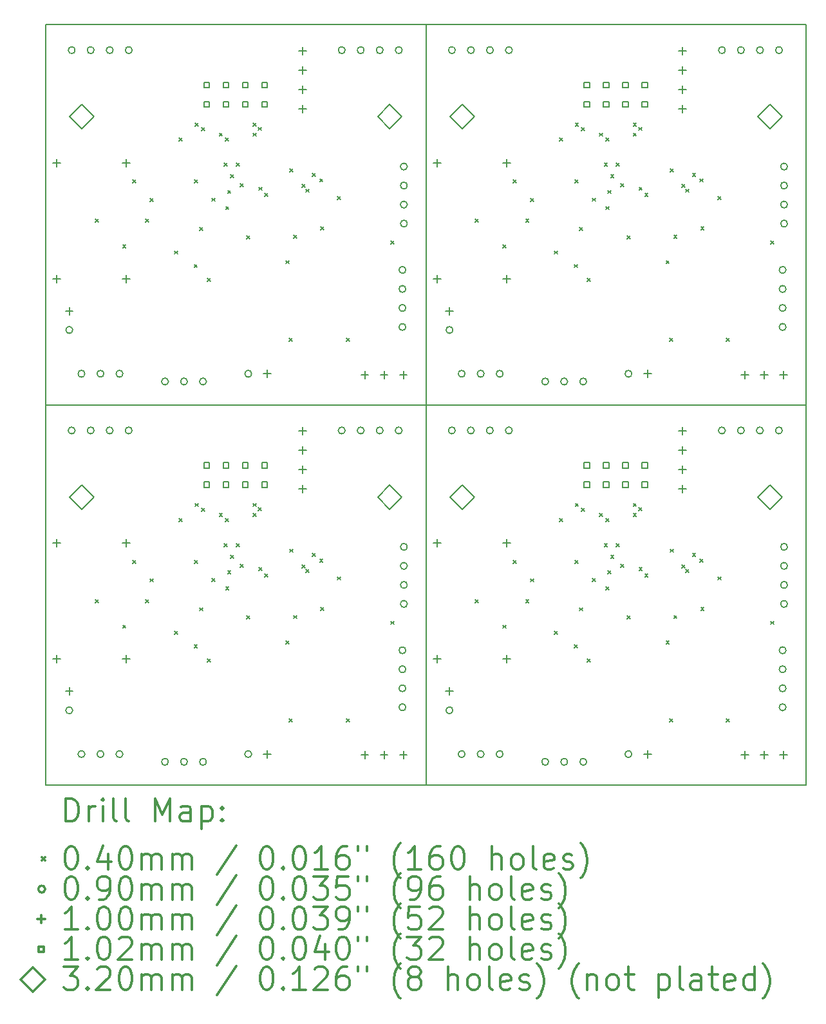
<source format=gbr>
%FSLAX45Y45*%
G04 Gerber Fmt 4.5, Leading zero omitted, Abs format (unit mm)*
G04 Created by KiCad (PCBNEW 4.0.2-stable) date 12/4/2017 3:47:40 PM*
%MOMM*%
G01*
G04 APERTURE LIST*
%ADD10C,0.127000*%
%ADD11C,0.150000*%
%ADD12C,0.200000*%
%ADD13C,0.300000*%
G04 APERTURE END LIST*
D10*
D11*
X17000000Y-10000000D02*
X17000000Y-15000000D01*
X7000000Y-10000000D02*
X12000000Y-10000000D01*
X7000000Y-15000000D02*
X7000000Y-10000000D01*
X12000000Y-15000000D02*
X7000000Y-15000000D01*
X17000000Y-15000000D02*
X12000000Y-15000000D01*
X12000000Y-10000000D02*
X17000000Y-10000000D01*
X12000000Y-15000000D02*
X12000000Y-10000000D01*
X12000000Y-10000000D02*
X12000000Y-15000000D01*
X17000000Y-5000000D02*
X17000000Y-10000000D01*
X12000000Y-5000000D02*
X17000000Y-5000000D01*
X12000000Y-10000000D02*
X12000000Y-5000000D01*
X17000000Y-10000000D02*
X12000000Y-10000000D01*
X7000000Y-10000000D02*
X7000000Y-5000000D01*
X12000000Y-10000000D02*
X7000000Y-10000000D01*
X12000000Y-5000000D02*
X12000000Y-10000000D01*
X7000000Y-5000000D02*
X12000000Y-5000000D01*
D12*
X7651300Y-7555800D02*
X7691300Y-7595800D01*
X7691300Y-7555800D02*
X7651300Y-7595800D01*
X7651300Y-12555800D02*
X7691300Y-12595800D01*
X7691300Y-12555800D02*
X7651300Y-12595800D01*
X8013250Y-7892350D02*
X8053250Y-7932350D01*
X8053250Y-7892350D02*
X8013250Y-7932350D01*
X8013250Y-12892350D02*
X8053250Y-12932350D01*
X8053250Y-12892350D02*
X8013250Y-12932350D01*
X8146600Y-7041450D02*
X8186600Y-7081450D01*
X8186600Y-7041450D02*
X8146600Y-7081450D01*
X8146600Y-12041450D02*
X8186600Y-12081450D01*
X8186600Y-12041450D02*
X8146600Y-12081450D01*
X8313654Y-7555800D02*
X8353654Y-7595800D01*
X8353654Y-7555800D02*
X8313654Y-7595800D01*
X8313654Y-12555800D02*
X8353654Y-12595800D01*
X8353654Y-12555800D02*
X8313654Y-12595800D01*
X8375200Y-7282750D02*
X8415200Y-7322750D01*
X8415200Y-7282750D02*
X8375200Y-7322750D01*
X8375200Y-12282750D02*
X8415200Y-12322750D01*
X8415200Y-12282750D02*
X8375200Y-12322750D01*
X8692700Y-7974900D02*
X8732700Y-8014900D01*
X8732700Y-7974900D02*
X8692700Y-8014900D01*
X8692700Y-12974900D02*
X8732700Y-13014900D01*
X8732700Y-12974900D02*
X8692700Y-13014900D01*
X8756200Y-6489000D02*
X8796200Y-6529000D01*
X8796200Y-6489000D02*
X8756200Y-6529000D01*
X8756200Y-11489000D02*
X8796200Y-11529000D01*
X8796200Y-11489000D02*
X8756200Y-11529000D01*
X8953050Y-8152700D02*
X8993050Y-8192700D01*
X8993050Y-8152700D02*
X8953050Y-8192700D01*
X8953050Y-13152700D02*
X8993050Y-13192700D01*
X8993050Y-13152700D02*
X8953050Y-13192700D01*
X8959400Y-7041450D02*
X8999400Y-7081450D01*
X8999400Y-7041450D02*
X8959400Y-7081450D01*
X8959400Y-12041450D02*
X8999400Y-12081450D01*
X8999400Y-12041450D02*
X8959400Y-12081450D01*
X8965750Y-6292150D02*
X9005750Y-6332150D01*
X9005750Y-6292150D02*
X8965750Y-6332150D01*
X8965750Y-11292150D02*
X9005750Y-11332150D01*
X9005750Y-11292150D02*
X8965750Y-11332150D01*
X9022900Y-7663750D02*
X9062900Y-7703750D01*
X9062900Y-7663750D02*
X9022900Y-7703750D01*
X9022900Y-12663750D02*
X9062900Y-12703750D01*
X9062900Y-12663750D02*
X9022900Y-12703750D01*
X9048300Y-6355650D02*
X9088300Y-6395650D01*
X9088300Y-6355650D02*
X9048300Y-6395650D01*
X9048300Y-11355650D02*
X9088300Y-11395650D01*
X9088300Y-11355650D02*
X9048300Y-11395650D01*
X9124500Y-8336850D02*
X9164500Y-8376850D01*
X9164500Y-8336850D02*
X9124500Y-8376850D01*
X9124500Y-13336850D02*
X9164500Y-13376850D01*
X9164500Y-13336850D02*
X9124500Y-13376850D01*
X9186295Y-7279845D02*
X9226295Y-7319845D01*
X9226295Y-7279845D02*
X9186295Y-7319845D01*
X9186295Y-12279845D02*
X9226295Y-12319845D01*
X9226295Y-12279845D02*
X9186295Y-12319845D01*
X9283250Y-6425500D02*
X9323250Y-6465500D01*
X9323250Y-6425500D02*
X9283250Y-6465500D01*
X9283250Y-11425500D02*
X9323250Y-11465500D01*
X9323250Y-11425500D02*
X9283250Y-11465500D01*
X9346750Y-6819200D02*
X9386750Y-6859200D01*
X9386750Y-6819200D02*
X9346750Y-6859200D01*
X9346750Y-11819200D02*
X9386750Y-11859200D01*
X9386750Y-11819200D02*
X9346750Y-11859200D01*
X9365150Y-6489650D02*
X9405150Y-6529650D01*
X9405150Y-6489650D02*
X9365150Y-6529650D01*
X9365150Y-11489650D02*
X9405150Y-11529650D01*
X9405150Y-11489650D02*
X9365150Y-11529650D01*
X9366783Y-7389702D02*
X9406783Y-7429702D01*
X9406783Y-7389702D02*
X9366783Y-7429702D01*
X9366783Y-12389702D02*
X9406783Y-12429702D01*
X9406783Y-12389702D02*
X9366783Y-12429702D01*
X9393364Y-7178597D02*
X9433364Y-7218597D01*
X9433364Y-7178597D02*
X9393364Y-7218597D01*
X9393364Y-12178597D02*
X9433364Y-12218597D01*
X9433364Y-12178597D02*
X9393364Y-12218597D01*
X9430929Y-6971600D02*
X9470929Y-7011600D01*
X9470929Y-6971600D02*
X9430929Y-7011600D01*
X9430929Y-11971600D02*
X9470929Y-12011600D01*
X9470929Y-11971600D02*
X9430929Y-12011600D01*
X9505500Y-6819200D02*
X9545500Y-6859200D01*
X9545500Y-6819200D02*
X9505500Y-6859200D01*
X9505500Y-11819200D02*
X9545500Y-11859200D01*
X9545500Y-11819200D02*
X9505500Y-11859200D01*
X9560213Y-7091138D02*
X9600213Y-7131138D01*
X9600213Y-7091138D02*
X9560213Y-7131138D01*
X9560213Y-12091138D02*
X9600213Y-12131138D01*
X9600213Y-12091138D02*
X9560213Y-12131138D01*
X9645200Y-7773300D02*
X9685200Y-7813300D01*
X9685200Y-7773300D02*
X9645200Y-7813300D01*
X9645200Y-12773300D02*
X9685200Y-12813300D01*
X9685200Y-12773300D02*
X9645200Y-12813300D01*
X9727750Y-6292150D02*
X9767750Y-6332150D01*
X9767750Y-6292150D02*
X9727750Y-6332150D01*
X9727750Y-6425500D02*
X9767750Y-6465500D01*
X9767750Y-6425500D02*
X9727750Y-6465500D01*
X9727750Y-11292150D02*
X9767750Y-11332150D01*
X9767750Y-11292150D02*
X9727750Y-11332150D01*
X9727750Y-11425500D02*
X9767750Y-11465500D01*
X9767750Y-11425500D02*
X9727750Y-11465500D01*
X9797600Y-6349300D02*
X9837600Y-6389300D01*
X9837600Y-6349300D02*
X9797600Y-6389300D01*
X9797600Y-11349300D02*
X9837600Y-11389300D01*
X9837600Y-11349300D02*
X9797600Y-11389300D01*
X9803950Y-7136700D02*
X9843950Y-7176700D01*
X9843950Y-7136700D02*
X9803950Y-7176700D01*
X9803950Y-12136700D02*
X9843950Y-12176700D01*
X9843950Y-12136700D02*
X9803950Y-12176700D01*
X9879500Y-7218600D02*
X9919500Y-7258600D01*
X9919500Y-7218600D02*
X9879500Y-7258600D01*
X9879500Y-12218600D02*
X9919500Y-12258600D01*
X9919500Y-12218600D02*
X9879500Y-12258600D01*
X10159550Y-8101900D02*
X10199550Y-8141900D01*
X10199550Y-8101900D02*
X10159550Y-8141900D01*
X10159550Y-13101900D02*
X10199550Y-13141900D01*
X10199550Y-13101900D02*
X10159550Y-13141900D01*
X10204000Y-9124250D02*
X10244000Y-9164250D01*
X10244000Y-9124250D02*
X10204000Y-9164250D01*
X10204000Y-14124250D02*
X10244000Y-14164250D01*
X10244000Y-14124250D02*
X10204000Y-14164250D01*
X10212843Y-6893829D02*
X10252843Y-6933829D01*
X10252843Y-6893829D02*
X10212843Y-6933829D01*
X10212843Y-11893829D02*
X10252843Y-11933829D01*
X10252843Y-11893829D02*
X10212843Y-11933829D01*
X10261150Y-7765350D02*
X10301150Y-7805350D01*
X10301150Y-7765350D02*
X10261150Y-7805350D01*
X10261150Y-12765350D02*
X10301150Y-12805350D01*
X10301150Y-12765350D02*
X10261150Y-12805350D01*
X10369100Y-7098600D02*
X10409100Y-7138600D01*
X10409100Y-7098600D02*
X10369100Y-7138600D01*
X10369100Y-12098600D02*
X10409100Y-12138600D01*
X10409100Y-12098600D02*
X10369100Y-12138600D01*
X10419900Y-7162100D02*
X10459900Y-7202100D01*
X10459900Y-7162100D02*
X10419900Y-7202100D01*
X10419900Y-12162100D02*
X10459900Y-12202100D01*
X10459900Y-12162100D02*
X10419900Y-12202100D01*
X10505056Y-6950858D02*
X10545056Y-6990858D01*
X10545056Y-6950858D02*
X10505056Y-6990858D01*
X10505056Y-11950858D02*
X10545056Y-11990858D01*
X10545056Y-11950858D02*
X10505056Y-11990858D01*
X10604154Y-7026833D02*
X10644154Y-7066833D01*
X10644154Y-7026833D02*
X10604154Y-7066833D01*
X10604154Y-12026833D02*
X10644154Y-12066833D01*
X10644154Y-12026833D02*
X10604154Y-12066833D01*
X10616619Y-7659580D02*
X10656619Y-7699580D01*
X10656619Y-7659580D02*
X10616619Y-7699580D01*
X10616619Y-12659580D02*
X10656619Y-12699580D01*
X10656619Y-12659580D02*
X10616619Y-12699580D01*
X10839000Y-7257350D02*
X10879000Y-7297350D01*
X10879000Y-7257350D02*
X10839000Y-7297350D01*
X10839000Y-12257350D02*
X10879000Y-12297350D01*
X10879000Y-12257350D02*
X10839000Y-12297350D01*
X10953300Y-9124250D02*
X10993300Y-9164250D01*
X10993300Y-9124250D02*
X10953300Y-9164250D01*
X10953300Y-14124250D02*
X10993300Y-14164250D01*
X10993300Y-14124250D02*
X10953300Y-14164250D01*
X11537500Y-7841550D02*
X11577500Y-7881550D01*
X11577500Y-7841550D02*
X11537500Y-7881550D01*
X11537500Y-12841550D02*
X11577500Y-12881550D01*
X11577500Y-12841550D02*
X11537500Y-12881550D01*
X12651300Y-7555800D02*
X12691300Y-7595800D01*
X12691300Y-7555800D02*
X12651300Y-7595800D01*
X12651300Y-12555800D02*
X12691300Y-12595800D01*
X12691300Y-12555800D02*
X12651300Y-12595800D01*
X13013250Y-7892350D02*
X13053250Y-7932350D01*
X13053250Y-7892350D02*
X13013250Y-7932350D01*
X13013250Y-12892350D02*
X13053250Y-12932350D01*
X13053250Y-12892350D02*
X13013250Y-12932350D01*
X13146600Y-7041450D02*
X13186600Y-7081450D01*
X13186600Y-7041450D02*
X13146600Y-7081450D01*
X13146600Y-12041450D02*
X13186600Y-12081450D01*
X13186600Y-12041450D02*
X13146600Y-12081450D01*
X13313654Y-7555800D02*
X13353654Y-7595800D01*
X13353654Y-7555800D02*
X13313654Y-7595800D01*
X13313654Y-12555800D02*
X13353654Y-12595800D01*
X13353654Y-12555800D02*
X13313654Y-12595800D01*
X13375200Y-7282750D02*
X13415200Y-7322750D01*
X13415200Y-7282750D02*
X13375200Y-7322750D01*
X13375200Y-12282750D02*
X13415200Y-12322750D01*
X13415200Y-12282750D02*
X13375200Y-12322750D01*
X13692700Y-7974900D02*
X13732700Y-8014900D01*
X13732700Y-7974900D02*
X13692700Y-8014900D01*
X13692700Y-12974900D02*
X13732700Y-13014900D01*
X13732700Y-12974900D02*
X13692700Y-13014900D01*
X13756200Y-6489000D02*
X13796200Y-6529000D01*
X13796200Y-6489000D02*
X13756200Y-6529000D01*
X13756200Y-11489000D02*
X13796200Y-11529000D01*
X13796200Y-11489000D02*
X13756200Y-11529000D01*
X13953050Y-8152700D02*
X13993050Y-8192700D01*
X13993050Y-8152700D02*
X13953050Y-8192700D01*
X13953050Y-13152700D02*
X13993050Y-13192700D01*
X13993050Y-13152700D02*
X13953050Y-13192700D01*
X13959400Y-7041450D02*
X13999400Y-7081450D01*
X13999400Y-7041450D02*
X13959400Y-7081450D01*
X13959400Y-12041450D02*
X13999400Y-12081450D01*
X13999400Y-12041450D02*
X13959400Y-12081450D01*
X13965750Y-6292150D02*
X14005750Y-6332150D01*
X14005750Y-6292150D02*
X13965750Y-6332150D01*
X13965750Y-11292150D02*
X14005750Y-11332150D01*
X14005750Y-11292150D02*
X13965750Y-11332150D01*
X14022900Y-7663750D02*
X14062900Y-7703750D01*
X14062900Y-7663750D02*
X14022900Y-7703750D01*
X14022900Y-12663750D02*
X14062900Y-12703750D01*
X14062900Y-12663750D02*
X14022900Y-12703750D01*
X14048300Y-6355650D02*
X14088300Y-6395650D01*
X14088300Y-6355650D02*
X14048300Y-6395650D01*
X14048300Y-11355650D02*
X14088300Y-11395650D01*
X14088300Y-11355650D02*
X14048300Y-11395650D01*
X14124500Y-8336850D02*
X14164500Y-8376850D01*
X14164500Y-8336850D02*
X14124500Y-8376850D01*
X14124500Y-13336850D02*
X14164500Y-13376850D01*
X14164500Y-13336850D02*
X14124500Y-13376850D01*
X14186295Y-7279845D02*
X14226295Y-7319845D01*
X14226295Y-7279845D02*
X14186295Y-7319845D01*
X14186295Y-12279845D02*
X14226295Y-12319845D01*
X14226295Y-12279845D02*
X14186295Y-12319845D01*
X14283250Y-6425500D02*
X14323250Y-6465500D01*
X14323250Y-6425500D02*
X14283250Y-6465500D01*
X14283250Y-11425500D02*
X14323250Y-11465500D01*
X14323250Y-11425500D02*
X14283250Y-11465500D01*
X14346750Y-6819200D02*
X14386750Y-6859200D01*
X14386750Y-6819200D02*
X14346750Y-6859200D01*
X14346750Y-11819200D02*
X14386750Y-11859200D01*
X14386750Y-11819200D02*
X14346750Y-11859200D01*
X14365150Y-6489650D02*
X14405150Y-6529650D01*
X14405150Y-6489650D02*
X14365150Y-6529650D01*
X14365150Y-11489650D02*
X14405150Y-11529650D01*
X14405150Y-11489650D02*
X14365150Y-11529650D01*
X14366783Y-7389702D02*
X14406783Y-7429702D01*
X14406783Y-7389702D02*
X14366783Y-7429702D01*
X14366783Y-12389702D02*
X14406783Y-12429702D01*
X14406783Y-12389702D02*
X14366783Y-12429702D01*
X14393364Y-7178597D02*
X14433364Y-7218597D01*
X14433364Y-7178597D02*
X14393364Y-7218597D01*
X14393364Y-12178597D02*
X14433364Y-12218597D01*
X14433364Y-12178597D02*
X14393364Y-12218597D01*
X14430929Y-6971600D02*
X14470929Y-7011600D01*
X14470929Y-6971600D02*
X14430929Y-7011600D01*
X14430929Y-11971600D02*
X14470929Y-12011600D01*
X14470929Y-11971600D02*
X14430929Y-12011600D01*
X14505500Y-6819200D02*
X14545500Y-6859200D01*
X14545500Y-6819200D02*
X14505500Y-6859200D01*
X14505500Y-11819200D02*
X14545500Y-11859200D01*
X14545500Y-11819200D02*
X14505500Y-11859200D01*
X14560213Y-7091138D02*
X14600213Y-7131138D01*
X14600213Y-7091138D02*
X14560213Y-7131138D01*
X14560213Y-12091138D02*
X14600213Y-12131138D01*
X14600213Y-12091138D02*
X14560213Y-12131138D01*
X14645200Y-7773300D02*
X14685200Y-7813300D01*
X14685200Y-7773300D02*
X14645200Y-7813300D01*
X14645200Y-12773300D02*
X14685200Y-12813300D01*
X14685200Y-12773300D02*
X14645200Y-12813300D01*
X14727750Y-6292150D02*
X14767750Y-6332150D01*
X14767750Y-6292150D02*
X14727750Y-6332150D01*
X14727750Y-6425500D02*
X14767750Y-6465500D01*
X14767750Y-6425500D02*
X14727750Y-6465500D01*
X14727750Y-11292150D02*
X14767750Y-11332150D01*
X14767750Y-11292150D02*
X14727750Y-11332150D01*
X14727750Y-11425500D02*
X14767750Y-11465500D01*
X14767750Y-11425500D02*
X14727750Y-11465500D01*
X14797600Y-6349300D02*
X14837600Y-6389300D01*
X14837600Y-6349300D02*
X14797600Y-6389300D01*
X14797600Y-11349300D02*
X14837600Y-11389300D01*
X14837600Y-11349300D02*
X14797600Y-11389300D01*
X14803950Y-7136700D02*
X14843950Y-7176700D01*
X14843950Y-7136700D02*
X14803950Y-7176700D01*
X14803950Y-12136700D02*
X14843950Y-12176700D01*
X14843950Y-12136700D02*
X14803950Y-12176700D01*
X14879500Y-7218600D02*
X14919500Y-7258600D01*
X14919500Y-7218600D02*
X14879500Y-7258600D01*
X14879500Y-12218600D02*
X14919500Y-12258600D01*
X14919500Y-12218600D02*
X14879500Y-12258600D01*
X15159550Y-8101900D02*
X15199550Y-8141900D01*
X15199550Y-8101900D02*
X15159550Y-8141900D01*
X15159550Y-13101900D02*
X15199550Y-13141900D01*
X15199550Y-13101900D02*
X15159550Y-13141900D01*
X15204000Y-9124250D02*
X15244000Y-9164250D01*
X15244000Y-9124250D02*
X15204000Y-9164250D01*
X15204000Y-14124250D02*
X15244000Y-14164250D01*
X15244000Y-14124250D02*
X15204000Y-14164250D01*
X15212843Y-6893829D02*
X15252843Y-6933829D01*
X15252843Y-6893829D02*
X15212843Y-6933829D01*
X15212843Y-11893829D02*
X15252843Y-11933829D01*
X15252843Y-11893829D02*
X15212843Y-11933829D01*
X15261150Y-7765350D02*
X15301150Y-7805350D01*
X15301150Y-7765350D02*
X15261150Y-7805350D01*
X15261150Y-12765350D02*
X15301150Y-12805350D01*
X15301150Y-12765350D02*
X15261150Y-12805350D01*
X15369100Y-7098600D02*
X15409100Y-7138600D01*
X15409100Y-7098600D02*
X15369100Y-7138600D01*
X15369100Y-12098600D02*
X15409100Y-12138600D01*
X15409100Y-12098600D02*
X15369100Y-12138600D01*
X15419900Y-7162100D02*
X15459900Y-7202100D01*
X15459900Y-7162100D02*
X15419900Y-7202100D01*
X15419900Y-12162100D02*
X15459900Y-12202100D01*
X15459900Y-12162100D02*
X15419900Y-12202100D01*
X15505056Y-6950858D02*
X15545056Y-6990858D01*
X15545056Y-6950858D02*
X15505056Y-6990858D01*
X15505056Y-11950858D02*
X15545056Y-11990858D01*
X15545056Y-11950858D02*
X15505056Y-11990858D01*
X15604154Y-7026833D02*
X15644154Y-7066833D01*
X15644154Y-7026833D02*
X15604154Y-7066833D01*
X15604154Y-12026833D02*
X15644154Y-12066833D01*
X15644154Y-12026833D02*
X15604154Y-12066833D01*
X15616619Y-7659580D02*
X15656619Y-7699580D01*
X15656619Y-7659580D02*
X15616619Y-7699580D01*
X15616619Y-12659580D02*
X15656619Y-12699580D01*
X15656619Y-12659580D02*
X15616619Y-12699580D01*
X15839000Y-7257350D02*
X15879000Y-7297350D01*
X15879000Y-7257350D02*
X15839000Y-7297350D01*
X15839000Y-12257350D02*
X15879000Y-12297350D01*
X15879000Y-12257350D02*
X15839000Y-12297350D01*
X15953300Y-9124250D02*
X15993300Y-9164250D01*
X15993300Y-9124250D02*
X15953300Y-9164250D01*
X15953300Y-14124250D02*
X15993300Y-14164250D01*
X15993300Y-14124250D02*
X15953300Y-14164250D01*
X16537500Y-7841550D02*
X16577500Y-7881550D01*
X16577500Y-7841550D02*
X16537500Y-7881550D01*
X16537500Y-12841550D02*
X16577500Y-12881550D01*
X16577500Y-12841550D02*
X16537500Y-12881550D01*
X7354350Y-9013250D02*
G75*
G03X7354350Y-9013250I-45000J0D01*
G01*
X7354350Y-14013250D02*
G75*
G03X7354350Y-14013250I-45000J0D01*
G01*
X7386100Y-5334250D02*
G75*
G03X7386100Y-5334250I-45000J0D01*
G01*
X7386100Y-10334250D02*
G75*
G03X7386100Y-10334250I-45000J0D01*
G01*
X7514750Y-9588750D02*
G75*
G03X7514750Y-9588750I-45000J0D01*
G01*
X7514750Y-14588750D02*
G75*
G03X7514750Y-14588750I-45000J0D01*
G01*
X7636100Y-5334250D02*
G75*
G03X7636100Y-5334250I-45000J0D01*
G01*
X7636100Y-10334250D02*
G75*
G03X7636100Y-10334250I-45000J0D01*
G01*
X7764750Y-9588750D02*
G75*
G03X7764750Y-9588750I-45000J0D01*
G01*
X7764750Y-14588750D02*
G75*
G03X7764750Y-14588750I-45000J0D01*
G01*
X7886100Y-5334250D02*
G75*
G03X7886100Y-5334250I-45000J0D01*
G01*
X7886100Y-10334250D02*
G75*
G03X7886100Y-10334250I-45000J0D01*
G01*
X8014750Y-9588750D02*
G75*
G03X8014750Y-9588750I-45000J0D01*
G01*
X8014750Y-14588750D02*
G75*
G03X8014750Y-14588750I-45000J0D01*
G01*
X8136100Y-5334250D02*
G75*
G03X8136100Y-5334250I-45000J0D01*
G01*
X8136100Y-10334250D02*
G75*
G03X8136100Y-10334250I-45000J0D01*
G01*
X8613300Y-9690350D02*
G75*
G03X8613300Y-9690350I-45000J0D01*
G01*
X8613300Y-14690350D02*
G75*
G03X8613300Y-14690350I-45000J0D01*
G01*
X8863300Y-9690350D02*
G75*
G03X8863300Y-9690350I-45000J0D01*
G01*
X8863300Y-14690350D02*
G75*
G03X8863300Y-14690350I-45000J0D01*
G01*
X9113300Y-9690350D02*
G75*
G03X9113300Y-9690350I-45000J0D01*
G01*
X9113300Y-14690350D02*
G75*
G03X9113300Y-14690350I-45000J0D01*
G01*
X9707850Y-9588750D02*
G75*
G03X9707850Y-9588750I-45000J0D01*
G01*
X9707850Y-14588750D02*
G75*
G03X9707850Y-14588750I-45000J0D01*
G01*
X10937400Y-5334250D02*
G75*
G03X10937400Y-5334250I-45000J0D01*
G01*
X10937400Y-10334250D02*
G75*
G03X10937400Y-10334250I-45000J0D01*
G01*
X11187400Y-5334250D02*
G75*
G03X11187400Y-5334250I-45000J0D01*
G01*
X11187400Y-10334250D02*
G75*
G03X11187400Y-10334250I-45000J0D01*
G01*
X11437400Y-5334250D02*
G75*
G03X11437400Y-5334250I-45000J0D01*
G01*
X11437400Y-10334250D02*
G75*
G03X11437400Y-10334250I-45000J0D01*
G01*
X11687400Y-5334250D02*
G75*
G03X11687400Y-5334250I-45000J0D01*
G01*
X11687400Y-10334250D02*
G75*
G03X11687400Y-10334250I-45000J0D01*
G01*
X11735850Y-8223500D02*
G75*
G03X11735850Y-8223500I-45000J0D01*
G01*
X11735850Y-8473500D02*
G75*
G03X11735850Y-8473500I-45000J0D01*
G01*
X11735850Y-8723500D02*
G75*
G03X11735850Y-8723500I-45000J0D01*
G01*
X11735850Y-8973500D02*
G75*
G03X11735850Y-8973500I-45000J0D01*
G01*
X11735850Y-13223500D02*
G75*
G03X11735850Y-13223500I-45000J0D01*
G01*
X11735850Y-13473500D02*
G75*
G03X11735850Y-13473500I-45000J0D01*
G01*
X11735850Y-13723500D02*
G75*
G03X11735850Y-13723500I-45000J0D01*
G01*
X11735850Y-13973500D02*
G75*
G03X11735850Y-13973500I-45000J0D01*
G01*
X11754900Y-6864600D02*
G75*
G03X11754900Y-6864600I-45000J0D01*
G01*
X11754900Y-7114600D02*
G75*
G03X11754900Y-7114600I-45000J0D01*
G01*
X11754900Y-7364600D02*
G75*
G03X11754900Y-7364600I-45000J0D01*
G01*
X11754900Y-7614600D02*
G75*
G03X11754900Y-7614600I-45000J0D01*
G01*
X11754900Y-11864600D02*
G75*
G03X11754900Y-11864600I-45000J0D01*
G01*
X11754900Y-12114600D02*
G75*
G03X11754900Y-12114600I-45000J0D01*
G01*
X11754900Y-12364600D02*
G75*
G03X11754900Y-12364600I-45000J0D01*
G01*
X11754900Y-12614600D02*
G75*
G03X11754900Y-12614600I-45000J0D01*
G01*
X12354350Y-9013250D02*
G75*
G03X12354350Y-9013250I-45000J0D01*
G01*
X12354350Y-14013250D02*
G75*
G03X12354350Y-14013250I-45000J0D01*
G01*
X12386100Y-5334250D02*
G75*
G03X12386100Y-5334250I-45000J0D01*
G01*
X12386100Y-10334250D02*
G75*
G03X12386100Y-10334250I-45000J0D01*
G01*
X12514750Y-9588750D02*
G75*
G03X12514750Y-9588750I-45000J0D01*
G01*
X12514750Y-14588750D02*
G75*
G03X12514750Y-14588750I-45000J0D01*
G01*
X12636100Y-5334250D02*
G75*
G03X12636100Y-5334250I-45000J0D01*
G01*
X12636100Y-10334250D02*
G75*
G03X12636100Y-10334250I-45000J0D01*
G01*
X12764750Y-9588750D02*
G75*
G03X12764750Y-9588750I-45000J0D01*
G01*
X12764750Y-14588750D02*
G75*
G03X12764750Y-14588750I-45000J0D01*
G01*
X12886100Y-5334250D02*
G75*
G03X12886100Y-5334250I-45000J0D01*
G01*
X12886100Y-10334250D02*
G75*
G03X12886100Y-10334250I-45000J0D01*
G01*
X13014750Y-9588750D02*
G75*
G03X13014750Y-9588750I-45000J0D01*
G01*
X13014750Y-14588750D02*
G75*
G03X13014750Y-14588750I-45000J0D01*
G01*
X13136100Y-5334250D02*
G75*
G03X13136100Y-5334250I-45000J0D01*
G01*
X13136100Y-10334250D02*
G75*
G03X13136100Y-10334250I-45000J0D01*
G01*
X13613300Y-9690350D02*
G75*
G03X13613300Y-9690350I-45000J0D01*
G01*
X13613300Y-14690350D02*
G75*
G03X13613300Y-14690350I-45000J0D01*
G01*
X13863300Y-9690350D02*
G75*
G03X13863300Y-9690350I-45000J0D01*
G01*
X13863300Y-14690350D02*
G75*
G03X13863300Y-14690350I-45000J0D01*
G01*
X14113300Y-9690350D02*
G75*
G03X14113300Y-9690350I-45000J0D01*
G01*
X14113300Y-14690350D02*
G75*
G03X14113300Y-14690350I-45000J0D01*
G01*
X14707850Y-9588750D02*
G75*
G03X14707850Y-9588750I-45000J0D01*
G01*
X14707850Y-14588750D02*
G75*
G03X14707850Y-14588750I-45000J0D01*
G01*
X15937400Y-5334250D02*
G75*
G03X15937400Y-5334250I-45000J0D01*
G01*
X15937400Y-10334250D02*
G75*
G03X15937400Y-10334250I-45000J0D01*
G01*
X16187400Y-5334250D02*
G75*
G03X16187400Y-5334250I-45000J0D01*
G01*
X16187400Y-10334250D02*
G75*
G03X16187400Y-10334250I-45000J0D01*
G01*
X16437400Y-5334250D02*
G75*
G03X16437400Y-5334250I-45000J0D01*
G01*
X16437400Y-10334250D02*
G75*
G03X16437400Y-10334250I-45000J0D01*
G01*
X16687400Y-5334250D02*
G75*
G03X16687400Y-5334250I-45000J0D01*
G01*
X16687400Y-10334250D02*
G75*
G03X16687400Y-10334250I-45000J0D01*
G01*
X16735850Y-8223500D02*
G75*
G03X16735850Y-8223500I-45000J0D01*
G01*
X16735850Y-8473500D02*
G75*
G03X16735850Y-8473500I-45000J0D01*
G01*
X16735850Y-8723500D02*
G75*
G03X16735850Y-8723500I-45000J0D01*
G01*
X16735850Y-8973500D02*
G75*
G03X16735850Y-8973500I-45000J0D01*
G01*
X16735850Y-13223500D02*
G75*
G03X16735850Y-13223500I-45000J0D01*
G01*
X16735850Y-13473500D02*
G75*
G03X16735850Y-13473500I-45000J0D01*
G01*
X16735850Y-13723500D02*
G75*
G03X16735850Y-13723500I-45000J0D01*
G01*
X16735850Y-13973500D02*
G75*
G03X16735850Y-13973500I-45000J0D01*
G01*
X16754900Y-6864600D02*
G75*
G03X16754900Y-6864600I-45000J0D01*
G01*
X16754900Y-7114600D02*
G75*
G03X16754900Y-7114600I-45000J0D01*
G01*
X16754900Y-7364600D02*
G75*
G03X16754900Y-7364600I-45000J0D01*
G01*
X16754900Y-7614600D02*
G75*
G03X16754900Y-7614600I-45000J0D01*
G01*
X16754900Y-11864600D02*
G75*
G03X16754900Y-11864600I-45000J0D01*
G01*
X16754900Y-12114600D02*
G75*
G03X16754900Y-12114600I-45000J0D01*
G01*
X16754900Y-12364600D02*
G75*
G03X16754900Y-12364600I-45000J0D01*
G01*
X16754900Y-12614600D02*
G75*
G03X16754900Y-12614600I-45000J0D01*
G01*
X7144250Y-6763800D02*
X7144250Y-6863800D01*
X7094250Y-6813800D02*
X7194250Y-6813800D01*
X7144250Y-8287800D02*
X7144250Y-8387800D01*
X7094250Y-8337800D02*
X7194250Y-8337800D01*
X7144250Y-11763800D02*
X7144250Y-11863800D01*
X7094250Y-11813800D02*
X7194250Y-11813800D01*
X7144250Y-13287800D02*
X7144250Y-13387800D01*
X7094250Y-13337800D02*
X7194250Y-13337800D01*
X7309350Y-8713250D02*
X7309350Y-8813250D01*
X7259350Y-8763250D02*
X7359350Y-8763250D01*
X7309350Y-13713250D02*
X7309350Y-13813250D01*
X7259350Y-13763250D02*
X7359350Y-13763250D01*
X8058650Y-6763800D02*
X8058650Y-6863800D01*
X8008650Y-6813800D02*
X8108650Y-6813800D01*
X8058650Y-8287800D02*
X8058650Y-8387800D01*
X8008650Y-8337800D02*
X8108650Y-8337800D01*
X8058650Y-11763800D02*
X8058650Y-11863800D01*
X8008650Y-11813800D02*
X8108650Y-11813800D01*
X8058650Y-13287800D02*
X8058650Y-13387800D01*
X8008650Y-13337800D02*
X8108650Y-13337800D01*
X9912850Y-9538750D02*
X9912850Y-9638750D01*
X9862850Y-9588750D02*
X9962850Y-9588750D01*
X9912850Y-14538750D02*
X9912850Y-14638750D01*
X9862850Y-14588750D02*
X9962850Y-14588750D01*
X10376400Y-5290600D02*
X10376400Y-5390600D01*
X10326400Y-5340600D02*
X10426400Y-5340600D01*
X10376400Y-5544600D02*
X10376400Y-5644600D01*
X10326400Y-5594600D02*
X10426400Y-5594600D01*
X10376400Y-5798600D02*
X10376400Y-5898600D01*
X10326400Y-5848600D02*
X10426400Y-5848600D01*
X10376400Y-6052600D02*
X10376400Y-6152600D01*
X10326400Y-6102600D02*
X10426400Y-6102600D01*
X10376400Y-10290600D02*
X10376400Y-10390600D01*
X10326400Y-10340600D02*
X10426400Y-10340600D01*
X10376400Y-10544600D02*
X10376400Y-10644600D01*
X10326400Y-10594600D02*
X10426400Y-10594600D01*
X10376400Y-10798600D02*
X10376400Y-10898600D01*
X10326400Y-10848600D02*
X10426400Y-10848600D01*
X10376400Y-11052600D02*
X10376400Y-11152600D01*
X10326400Y-11102600D02*
X10426400Y-11102600D01*
X11195550Y-9551450D02*
X11195550Y-9651450D01*
X11145550Y-9601450D02*
X11245550Y-9601450D01*
X11195550Y-14551450D02*
X11195550Y-14651450D01*
X11145550Y-14601450D02*
X11245550Y-14601450D01*
X11449550Y-9551450D02*
X11449550Y-9651450D01*
X11399550Y-9601450D02*
X11499550Y-9601450D01*
X11449550Y-14551450D02*
X11449550Y-14651450D01*
X11399550Y-14601450D02*
X11499550Y-14601450D01*
X11703550Y-9551450D02*
X11703550Y-9651450D01*
X11653550Y-9601450D02*
X11753550Y-9601450D01*
X11703550Y-14551450D02*
X11703550Y-14651450D01*
X11653550Y-14601450D02*
X11753550Y-14601450D01*
X12144250Y-6763800D02*
X12144250Y-6863800D01*
X12094250Y-6813800D02*
X12194250Y-6813800D01*
X12144250Y-8287800D02*
X12144250Y-8387800D01*
X12094250Y-8337800D02*
X12194250Y-8337800D01*
X12144250Y-11763800D02*
X12144250Y-11863800D01*
X12094250Y-11813800D02*
X12194250Y-11813800D01*
X12144250Y-13287800D02*
X12144250Y-13387800D01*
X12094250Y-13337800D02*
X12194250Y-13337800D01*
X12309350Y-8713250D02*
X12309350Y-8813250D01*
X12259350Y-8763250D02*
X12359350Y-8763250D01*
X12309350Y-13713250D02*
X12309350Y-13813250D01*
X12259350Y-13763250D02*
X12359350Y-13763250D01*
X13058650Y-6763800D02*
X13058650Y-6863800D01*
X13008650Y-6813800D02*
X13108650Y-6813800D01*
X13058650Y-8287800D02*
X13058650Y-8387800D01*
X13008650Y-8337800D02*
X13108650Y-8337800D01*
X13058650Y-11763800D02*
X13058650Y-11863800D01*
X13008650Y-11813800D02*
X13108650Y-11813800D01*
X13058650Y-13287800D02*
X13058650Y-13387800D01*
X13008650Y-13337800D02*
X13108650Y-13337800D01*
X14912850Y-9538750D02*
X14912850Y-9638750D01*
X14862850Y-9588750D02*
X14962850Y-9588750D01*
X14912850Y-14538750D02*
X14912850Y-14638750D01*
X14862850Y-14588750D02*
X14962850Y-14588750D01*
X15376400Y-5290600D02*
X15376400Y-5390600D01*
X15326400Y-5340600D02*
X15426400Y-5340600D01*
X15376400Y-5544600D02*
X15376400Y-5644600D01*
X15326400Y-5594600D02*
X15426400Y-5594600D01*
X15376400Y-5798600D02*
X15376400Y-5898600D01*
X15326400Y-5848600D02*
X15426400Y-5848600D01*
X15376400Y-6052600D02*
X15376400Y-6152600D01*
X15326400Y-6102600D02*
X15426400Y-6102600D01*
X15376400Y-10290600D02*
X15376400Y-10390600D01*
X15326400Y-10340600D02*
X15426400Y-10340600D01*
X15376400Y-10544600D02*
X15376400Y-10644600D01*
X15326400Y-10594600D02*
X15426400Y-10594600D01*
X15376400Y-10798600D02*
X15376400Y-10898600D01*
X15326400Y-10848600D02*
X15426400Y-10848600D01*
X15376400Y-11052600D02*
X15376400Y-11152600D01*
X15326400Y-11102600D02*
X15426400Y-11102600D01*
X16195550Y-9551450D02*
X16195550Y-9651450D01*
X16145550Y-9601450D02*
X16245550Y-9601450D01*
X16195550Y-14551450D02*
X16195550Y-14651450D01*
X16145550Y-14601450D02*
X16245550Y-14601450D01*
X16449550Y-9551450D02*
X16449550Y-9651450D01*
X16399550Y-9601450D02*
X16499550Y-9601450D01*
X16449550Y-14551450D02*
X16449550Y-14651450D01*
X16399550Y-14601450D02*
X16499550Y-14601450D01*
X16703550Y-9551450D02*
X16703550Y-9651450D01*
X16653550Y-9601450D02*
X16753550Y-9601450D01*
X16703550Y-14551450D02*
X16703550Y-14651450D01*
X16653550Y-14601450D02*
X16753550Y-14601450D01*
X9151821Y-5827371D02*
X9151821Y-5755529D01*
X9079979Y-5755529D01*
X9079979Y-5827371D01*
X9151821Y-5827371D01*
X9151821Y-6081371D02*
X9151821Y-6009529D01*
X9079979Y-6009529D01*
X9079979Y-6081371D01*
X9151821Y-6081371D01*
X9151821Y-10827371D02*
X9151821Y-10755529D01*
X9079979Y-10755529D01*
X9079979Y-10827371D01*
X9151821Y-10827371D01*
X9151821Y-11081371D02*
X9151821Y-11009529D01*
X9079979Y-11009529D01*
X9079979Y-11081371D01*
X9151821Y-11081371D01*
X9405821Y-5827371D02*
X9405821Y-5755529D01*
X9333979Y-5755529D01*
X9333979Y-5827371D01*
X9405821Y-5827371D01*
X9405821Y-6081371D02*
X9405821Y-6009529D01*
X9333979Y-6009529D01*
X9333979Y-6081371D01*
X9405821Y-6081371D01*
X9405821Y-10827371D02*
X9405821Y-10755529D01*
X9333979Y-10755529D01*
X9333979Y-10827371D01*
X9405821Y-10827371D01*
X9405821Y-11081371D02*
X9405821Y-11009529D01*
X9333979Y-11009529D01*
X9333979Y-11081371D01*
X9405821Y-11081371D01*
X9659821Y-5827371D02*
X9659821Y-5755529D01*
X9587979Y-5755529D01*
X9587979Y-5827371D01*
X9659821Y-5827371D01*
X9659821Y-6081371D02*
X9659821Y-6009529D01*
X9587979Y-6009529D01*
X9587979Y-6081371D01*
X9659821Y-6081371D01*
X9659821Y-10827371D02*
X9659821Y-10755529D01*
X9587979Y-10755529D01*
X9587979Y-10827371D01*
X9659821Y-10827371D01*
X9659821Y-11081371D02*
X9659821Y-11009529D01*
X9587979Y-11009529D01*
X9587979Y-11081371D01*
X9659821Y-11081371D01*
X9913821Y-5827371D02*
X9913821Y-5755529D01*
X9841979Y-5755529D01*
X9841979Y-5827371D01*
X9913821Y-5827371D01*
X9913821Y-6081371D02*
X9913821Y-6009529D01*
X9841979Y-6009529D01*
X9841979Y-6081371D01*
X9913821Y-6081371D01*
X9913821Y-10827371D02*
X9913821Y-10755529D01*
X9841979Y-10755529D01*
X9841979Y-10827371D01*
X9913821Y-10827371D01*
X9913821Y-11081371D02*
X9913821Y-11009529D01*
X9841979Y-11009529D01*
X9841979Y-11081371D01*
X9913821Y-11081371D01*
X14151821Y-5827371D02*
X14151821Y-5755529D01*
X14079979Y-5755529D01*
X14079979Y-5827371D01*
X14151821Y-5827371D01*
X14151821Y-6081371D02*
X14151821Y-6009529D01*
X14079979Y-6009529D01*
X14079979Y-6081371D01*
X14151821Y-6081371D01*
X14151821Y-10827371D02*
X14151821Y-10755529D01*
X14079979Y-10755529D01*
X14079979Y-10827371D01*
X14151821Y-10827371D01*
X14151821Y-11081371D02*
X14151821Y-11009529D01*
X14079979Y-11009529D01*
X14079979Y-11081371D01*
X14151821Y-11081371D01*
X14405821Y-5827371D02*
X14405821Y-5755529D01*
X14333979Y-5755529D01*
X14333979Y-5827371D01*
X14405821Y-5827371D01*
X14405821Y-6081371D02*
X14405821Y-6009529D01*
X14333979Y-6009529D01*
X14333979Y-6081371D01*
X14405821Y-6081371D01*
X14405821Y-10827371D02*
X14405821Y-10755529D01*
X14333979Y-10755529D01*
X14333979Y-10827371D01*
X14405821Y-10827371D01*
X14405821Y-11081371D02*
X14405821Y-11009529D01*
X14333979Y-11009529D01*
X14333979Y-11081371D01*
X14405821Y-11081371D01*
X14659821Y-5827371D02*
X14659821Y-5755529D01*
X14587979Y-5755529D01*
X14587979Y-5827371D01*
X14659821Y-5827371D01*
X14659821Y-6081371D02*
X14659821Y-6009529D01*
X14587979Y-6009529D01*
X14587979Y-6081371D01*
X14659821Y-6081371D01*
X14659821Y-10827371D02*
X14659821Y-10755529D01*
X14587979Y-10755529D01*
X14587979Y-10827371D01*
X14659821Y-10827371D01*
X14659821Y-11081371D02*
X14659821Y-11009529D01*
X14587979Y-11009529D01*
X14587979Y-11081371D01*
X14659821Y-11081371D01*
X14913821Y-5827371D02*
X14913821Y-5755529D01*
X14841979Y-5755529D01*
X14841979Y-5827371D01*
X14913821Y-5827371D01*
X14913821Y-6081371D02*
X14913821Y-6009529D01*
X14841979Y-6009529D01*
X14841979Y-6081371D01*
X14913821Y-6081371D01*
X14913821Y-10827371D02*
X14913821Y-10755529D01*
X14841979Y-10755529D01*
X14841979Y-10827371D01*
X14913821Y-10827371D01*
X14913821Y-11081371D02*
X14913821Y-11009529D01*
X14841979Y-11009529D01*
X14841979Y-11081371D01*
X14913821Y-11081371D01*
X7475000Y-6370000D02*
X7635000Y-6210000D01*
X7475000Y-6050000D01*
X7315000Y-6210000D01*
X7475000Y-6370000D01*
X7475000Y-11370000D02*
X7635000Y-11210000D01*
X7475000Y-11050000D01*
X7315000Y-11210000D01*
X7475000Y-11370000D01*
X11525000Y-6370000D02*
X11685000Y-6210000D01*
X11525000Y-6050000D01*
X11365000Y-6210000D01*
X11525000Y-6370000D01*
X11525000Y-11370000D02*
X11685000Y-11210000D01*
X11525000Y-11050000D01*
X11365000Y-11210000D01*
X11525000Y-11370000D01*
X12475000Y-6370000D02*
X12635000Y-6210000D01*
X12475000Y-6050000D01*
X12315000Y-6210000D01*
X12475000Y-6370000D01*
X12475000Y-11370000D02*
X12635000Y-11210000D01*
X12475000Y-11050000D01*
X12315000Y-11210000D01*
X12475000Y-11370000D01*
X16525000Y-6370000D02*
X16685000Y-6210000D01*
X16525000Y-6050000D01*
X16365000Y-6210000D01*
X16525000Y-6370000D01*
X16525000Y-11370000D02*
X16685000Y-11210000D01*
X16525000Y-11050000D01*
X16365000Y-11210000D01*
X16525000Y-11370000D01*
D13*
X7263928Y-15473214D02*
X7263928Y-15173214D01*
X7335357Y-15173214D01*
X7378214Y-15187500D01*
X7406786Y-15216071D01*
X7421071Y-15244643D01*
X7435357Y-15301786D01*
X7435357Y-15344643D01*
X7421071Y-15401786D01*
X7406786Y-15430357D01*
X7378214Y-15458929D01*
X7335357Y-15473214D01*
X7263928Y-15473214D01*
X7563928Y-15473214D02*
X7563928Y-15273214D01*
X7563928Y-15330357D02*
X7578214Y-15301786D01*
X7592500Y-15287500D01*
X7621071Y-15273214D01*
X7649643Y-15273214D01*
X7749643Y-15473214D02*
X7749643Y-15273214D01*
X7749643Y-15173214D02*
X7735357Y-15187500D01*
X7749643Y-15201786D01*
X7763928Y-15187500D01*
X7749643Y-15173214D01*
X7749643Y-15201786D01*
X7935357Y-15473214D02*
X7906786Y-15458929D01*
X7892500Y-15430357D01*
X7892500Y-15173214D01*
X8092500Y-15473214D02*
X8063928Y-15458929D01*
X8049643Y-15430357D01*
X8049643Y-15173214D01*
X8435357Y-15473214D02*
X8435357Y-15173214D01*
X8535357Y-15387500D01*
X8635357Y-15173214D01*
X8635357Y-15473214D01*
X8906786Y-15473214D02*
X8906786Y-15316071D01*
X8892500Y-15287500D01*
X8863929Y-15273214D01*
X8806786Y-15273214D01*
X8778214Y-15287500D01*
X8906786Y-15458929D02*
X8878214Y-15473214D01*
X8806786Y-15473214D01*
X8778214Y-15458929D01*
X8763929Y-15430357D01*
X8763929Y-15401786D01*
X8778214Y-15373214D01*
X8806786Y-15358929D01*
X8878214Y-15358929D01*
X8906786Y-15344643D01*
X9049643Y-15273214D02*
X9049643Y-15573214D01*
X9049643Y-15287500D02*
X9078214Y-15273214D01*
X9135357Y-15273214D01*
X9163929Y-15287500D01*
X9178214Y-15301786D01*
X9192500Y-15330357D01*
X9192500Y-15416071D01*
X9178214Y-15444643D01*
X9163929Y-15458929D01*
X9135357Y-15473214D01*
X9078214Y-15473214D01*
X9049643Y-15458929D01*
X9321071Y-15444643D02*
X9335357Y-15458929D01*
X9321071Y-15473214D01*
X9306786Y-15458929D01*
X9321071Y-15444643D01*
X9321071Y-15473214D01*
X9321071Y-15287500D02*
X9335357Y-15301786D01*
X9321071Y-15316071D01*
X9306786Y-15301786D01*
X9321071Y-15287500D01*
X9321071Y-15316071D01*
X6952500Y-15947500D02*
X6992500Y-15987500D01*
X6992500Y-15947500D02*
X6952500Y-15987500D01*
X7321071Y-15803214D02*
X7349643Y-15803214D01*
X7378214Y-15817500D01*
X7392500Y-15831786D01*
X7406786Y-15860357D01*
X7421071Y-15917500D01*
X7421071Y-15988929D01*
X7406786Y-16046071D01*
X7392500Y-16074643D01*
X7378214Y-16088929D01*
X7349643Y-16103214D01*
X7321071Y-16103214D01*
X7292500Y-16088929D01*
X7278214Y-16074643D01*
X7263928Y-16046071D01*
X7249643Y-15988929D01*
X7249643Y-15917500D01*
X7263928Y-15860357D01*
X7278214Y-15831786D01*
X7292500Y-15817500D01*
X7321071Y-15803214D01*
X7549643Y-16074643D02*
X7563928Y-16088929D01*
X7549643Y-16103214D01*
X7535357Y-16088929D01*
X7549643Y-16074643D01*
X7549643Y-16103214D01*
X7821071Y-15903214D02*
X7821071Y-16103214D01*
X7749643Y-15788929D02*
X7678214Y-16003214D01*
X7863928Y-16003214D01*
X8035357Y-15803214D02*
X8063928Y-15803214D01*
X8092500Y-15817500D01*
X8106786Y-15831786D01*
X8121071Y-15860357D01*
X8135357Y-15917500D01*
X8135357Y-15988929D01*
X8121071Y-16046071D01*
X8106786Y-16074643D01*
X8092500Y-16088929D01*
X8063928Y-16103214D01*
X8035357Y-16103214D01*
X8006786Y-16088929D01*
X7992500Y-16074643D01*
X7978214Y-16046071D01*
X7963928Y-15988929D01*
X7963928Y-15917500D01*
X7978214Y-15860357D01*
X7992500Y-15831786D01*
X8006786Y-15817500D01*
X8035357Y-15803214D01*
X8263928Y-16103214D02*
X8263928Y-15903214D01*
X8263928Y-15931786D02*
X8278214Y-15917500D01*
X8306786Y-15903214D01*
X8349643Y-15903214D01*
X8378214Y-15917500D01*
X8392500Y-15946071D01*
X8392500Y-16103214D01*
X8392500Y-15946071D02*
X8406786Y-15917500D01*
X8435357Y-15903214D01*
X8478214Y-15903214D01*
X8506786Y-15917500D01*
X8521071Y-15946071D01*
X8521071Y-16103214D01*
X8663929Y-16103214D02*
X8663929Y-15903214D01*
X8663929Y-15931786D02*
X8678214Y-15917500D01*
X8706786Y-15903214D01*
X8749643Y-15903214D01*
X8778214Y-15917500D01*
X8792500Y-15946071D01*
X8792500Y-16103214D01*
X8792500Y-15946071D02*
X8806786Y-15917500D01*
X8835357Y-15903214D01*
X8878214Y-15903214D01*
X8906786Y-15917500D01*
X8921071Y-15946071D01*
X8921071Y-16103214D01*
X9506786Y-15788929D02*
X9249643Y-16174643D01*
X9892500Y-15803214D02*
X9921071Y-15803214D01*
X9949643Y-15817500D01*
X9963928Y-15831786D01*
X9978214Y-15860357D01*
X9992500Y-15917500D01*
X9992500Y-15988929D01*
X9978214Y-16046071D01*
X9963928Y-16074643D01*
X9949643Y-16088929D01*
X9921071Y-16103214D01*
X9892500Y-16103214D01*
X9863928Y-16088929D01*
X9849643Y-16074643D01*
X9835357Y-16046071D01*
X9821071Y-15988929D01*
X9821071Y-15917500D01*
X9835357Y-15860357D01*
X9849643Y-15831786D01*
X9863928Y-15817500D01*
X9892500Y-15803214D01*
X10121071Y-16074643D02*
X10135357Y-16088929D01*
X10121071Y-16103214D01*
X10106786Y-16088929D01*
X10121071Y-16074643D01*
X10121071Y-16103214D01*
X10321071Y-15803214D02*
X10349643Y-15803214D01*
X10378214Y-15817500D01*
X10392500Y-15831786D01*
X10406786Y-15860357D01*
X10421071Y-15917500D01*
X10421071Y-15988929D01*
X10406786Y-16046071D01*
X10392500Y-16074643D01*
X10378214Y-16088929D01*
X10349643Y-16103214D01*
X10321071Y-16103214D01*
X10292500Y-16088929D01*
X10278214Y-16074643D01*
X10263928Y-16046071D01*
X10249643Y-15988929D01*
X10249643Y-15917500D01*
X10263928Y-15860357D01*
X10278214Y-15831786D01*
X10292500Y-15817500D01*
X10321071Y-15803214D01*
X10706786Y-16103214D02*
X10535357Y-16103214D01*
X10621071Y-16103214D02*
X10621071Y-15803214D01*
X10592500Y-15846071D01*
X10563928Y-15874643D01*
X10535357Y-15888929D01*
X10963928Y-15803214D02*
X10906786Y-15803214D01*
X10878214Y-15817500D01*
X10863928Y-15831786D01*
X10835357Y-15874643D01*
X10821071Y-15931786D01*
X10821071Y-16046071D01*
X10835357Y-16074643D01*
X10849643Y-16088929D01*
X10878214Y-16103214D01*
X10935357Y-16103214D01*
X10963928Y-16088929D01*
X10978214Y-16074643D01*
X10992500Y-16046071D01*
X10992500Y-15974643D01*
X10978214Y-15946071D01*
X10963928Y-15931786D01*
X10935357Y-15917500D01*
X10878214Y-15917500D01*
X10849643Y-15931786D01*
X10835357Y-15946071D01*
X10821071Y-15974643D01*
X11106786Y-15803214D02*
X11106786Y-15860357D01*
X11221071Y-15803214D02*
X11221071Y-15860357D01*
X11663928Y-16217500D02*
X11649643Y-16203214D01*
X11621071Y-16160357D01*
X11606785Y-16131786D01*
X11592500Y-16088929D01*
X11578214Y-16017500D01*
X11578214Y-15960357D01*
X11592500Y-15888929D01*
X11606785Y-15846071D01*
X11621071Y-15817500D01*
X11649643Y-15774643D01*
X11663928Y-15760357D01*
X11935357Y-16103214D02*
X11763928Y-16103214D01*
X11849643Y-16103214D02*
X11849643Y-15803214D01*
X11821071Y-15846071D01*
X11792500Y-15874643D01*
X11763928Y-15888929D01*
X12192500Y-15803214D02*
X12135357Y-15803214D01*
X12106785Y-15817500D01*
X12092500Y-15831786D01*
X12063928Y-15874643D01*
X12049643Y-15931786D01*
X12049643Y-16046071D01*
X12063928Y-16074643D01*
X12078214Y-16088929D01*
X12106785Y-16103214D01*
X12163928Y-16103214D01*
X12192500Y-16088929D01*
X12206785Y-16074643D01*
X12221071Y-16046071D01*
X12221071Y-15974643D01*
X12206785Y-15946071D01*
X12192500Y-15931786D01*
X12163928Y-15917500D01*
X12106785Y-15917500D01*
X12078214Y-15931786D01*
X12063928Y-15946071D01*
X12049643Y-15974643D01*
X12406785Y-15803214D02*
X12435357Y-15803214D01*
X12463928Y-15817500D01*
X12478214Y-15831786D01*
X12492500Y-15860357D01*
X12506785Y-15917500D01*
X12506785Y-15988929D01*
X12492500Y-16046071D01*
X12478214Y-16074643D01*
X12463928Y-16088929D01*
X12435357Y-16103214D01*
X12406785Y-16103214D01*
X12378214Y-16088929D01*
X12363928Y-16074643D01*
X12349643Y-16046071D01*
X12335357Y-15988929D01*
X12335357Y-15917500D01*
X12349643Y-15860357D01*
X12363928Y-15831786D01*
X12378214Y-15817500D01*
X12406785Y-15803214D01*
X12863928Y-16103214D02*
X12863928Y-15803214D01*
X12992500Y-16103214D02*
X12992500Y-15946071D01*
X12978214Y-15917500D01*
X12949643Y-15903214D01*
X12906785Y-15903214D01*
X12878214Y-15917500D01*
X12863928Y-15931786D01*
X13178214Y-16103214D02*
X13149643Y-16088929D01*
X13135357Y-16074643D01*
X13121071Y-16046071D01*
X13121071Y-15960357D01*
X13135357Y-15931786D01*
X13149643Y-15917500D01*
X13178214Y-15903214D01*
X13221071Y-15903214D01*
X13249643Y-15917500D01*
X13263928Y-15931786D01*
X13278214Y-15960357D01*
X13278214Y-16046071D01*
X13263928Y-16074643D01*
X13249643Y-16088929D01*
X13221071Y-16103214D01*
X13178214Y-16103214D01*
X13449643Y-16103214D02*
X13421071Y-16088929D01*
X13406786Y-16060357D01*
X13406786Y-15803214D01*
X13678214Y-16088929D02*
X13649643Y-16103214D01*
X13592500Y-16103214D01*
X13563928Y-16088929D01*
X13549643Y-16060357D01*
X13549643Y-15946071D01*
X13563928Y-15917500D01*
X13592500Y-15903214D01*
X13649643Y-15903214D01*
X13678214Y-15917500D01*
X13692500Y-15946071D01*
X13692500Y-15974643D01*
X13549643Y-16003214D01*
X13806786Y-16088929D02*
X13835357Y-16103214D01*
X13892500Y-16103214D01*
X13921071Y-16088929D01*
X13935357Y-16060357D01*
X13935357Y-16046071D01*
X13921071Y-16017500D01*
X13892500Y-16003214D01*
X13849643Y-16003214D01*
X13821071Y-15988929D01*
X13806786Y-15960357D01*
X13806786Y-15946071D01*
X13821071Y-15917500D01*
X13849643Y-15903214D01*
X13892500Y-15903214D01*
X13921071Y-15917500D01*
X14035357Y-16217500D02*
X14049643Y-16203214D01*
X14078214Y-16160357D01*
X14092500Y-16131786D01*
X14106786Y-16088929D01*
X14121071Y-16017500D01*
X14121071Y-15960357D01*
X14106786Y-15888929D01*
X14092500Y-15846071D01*
X14078214Y-15817500D01*
X14049643Y-15774643D01*
X14035357Y-15760357D01*
X6992500Y-16363500D02*
G75*
G03X6992500Y-16363500I-45000J0D01*
G01*
X7321071Y-16199214D02*
X7349643Y-16199214D01*
X7378214Y-16213500D01*
X7392500Y-16227786D01*
X7406786Y-16256357D01*
X7421071Y-16313500D01*
X7421071Y-16384929D01*
X7406786Y-16442071D01*
X7392500Y-16470643D01*
X7378214Y-16484929D01*
X7349643Y-16499214D01*
X7321071Y-16499214D01*
X7292500Y-16484929D01*
X7278214Y-16470643D01*
X7263928Y-16442071D01*
X7249643Y-16384929D01*
X7249643Y-16313500D01*
X7263928Y-16256357D01*
X7278214Y-16227786D01*
X7292500Y-16213500D01*
X7321071Y-16199214D01*
X7549643Y-16470643D02*
X7563928Y-16484929D01*
X7549643Y-16499214D01*
X7535357Y-16484929D01*
X7549643Y-16470643D01*
X7549643Y-16499214D01*
X7706786Y-16499214D02*
X7763928Y-16499214D01*
X7792500Y-16484929D01*
X7806786Y-16470643D01*
X7835357Y-16427786D01*
X7849643Y-16370643D01*
X7849643Y-16256357D01*
X7835357Y-16227786D01*
X7821071Y-16213500D01*
X7792500Y-16199214D01*
X7735357Y-16199214D01*
X7706786Y-16213500D01*
X7692500Y-16227786D01*
X7678214Y-16256357D01*
X7678214Y-16327786D01*
X7692500Y-16356357D01*
X7706786Y-16370643D01*
X7735357Y-16384929D01*
X7792500Y-16384929D01*
X7821071Y-16370643D01*
X7835357Y-16356357D01*
X7849643Y-16327786D01*
X8035357Y-16199214D02*
X8063928Y-16199214D01*
X8092500Y-16213500D01*
X8106786Y-16227786D01*
X8121071Y-16256357D01*
X8135357Y-16313500D01*
X8135357Y-16384929D01*
X8121071Y-16442071D01*
X8106786Y-16470643D01*
X8092500Y-16484929D01*
X8063928Y-16499214D01*
X8035357Y-16499214D01*
X8006786Y-16484929D01*
X7992500Y-16470643D01*
X7978214Y-16442071D01*
X7963928Y-16384929D01*
X7963928Y-16313500D01*
X7978214Y-16256357D01*
X7992500Y-16227786D01*
X8006786Y-16213500D01*
X8035357Y-16199214D01*
X8263928Y-16499214D02*
X8263928Y-16299214D01*
X8263928Y-16327786D02*
X8278214Y-16313500D01*
X8306786Y-16299214D01*
X8349643Y-16299214D01*
X8378214Y-16313500D01*
X8392500Y-16342071D01*
X8392500Y-16499214D01*
X8392500Y-16342071D02*
X8406786Y-16313500D01*
X8435357Y-16299214D01*
X8478214Y-16299214D01*
X8506786Y-16313500D01*
X8521071Y-16342071D01*
X8521071Y-16499214D01*
X8663929Y-16499214D02*
X8663929Y-16299214D01*
X8663929Y-16327786D02*
X8678214Y-16313500D01*
X8706786Y-16299214D01*
X8749643Y-16299214D01*
X8778214Y-16313500D01*
X8792500Y-16342071D01*
X8792500Y-16499214D01*
X8792500Y-16342071D02*
X8806786Y-16313500D01*
X8835357Y-16299214D01*
X8878214Y-16299214D01*
X8906786Y-16313500D01*
X8921071Y-16342071D01*
X8921071Y-16499214D01*
X9506786Y-16184929D02*
X9249643Y-16570643D01*
X9892500Y-16199214D02*
X9921071Y-16199214D01*
X9949643Y-16213500D01*
X9963928Y-16227786D01*
X9978214Y-16256357D01*
X9992500Y-16313500D01*
X9992500Y-16384929D01*
X9978214Y-16442071D01*
X9963928Y-16470643D01*
X9949643Y-16484929D01*
X9921071Y-16499214D01*
X9892500Y-16499214D01*
X9863928Y-16484929D01*
X9849643Y-16470643D01*
X9835357Y-16442071D01*
X9821071Y-16384929D01*
X9821071Y-16313500D01*
X9835357Y-16256357D01*
X9849643Y-16227786D01*
X9863928Y-16213500D01*
X9892500Y-16199214D01*
X10121071Y-16470643D02*
X10135357Y-16484929D01*
X10121071Y-16499214D01*
X10106786Y-16484929D01*
X10121071Y-16470643D01*
X10121071Y-16499214D01*
X10321071Y-16199214D02*
X10349643Y-16199214D01*
X10378214Y-16213500D01*
X10392500Y-16227786D01*
X10406786Y-16256357D01*
X10421071Y-16313500D01*
X10421071Y-16384929D01*
X10406786Y-16442071D01*
X10392500Y-16470643D01*
X10378214Y-16484929D01*
X10349643Y-16499214D01*
X10321071Y-16499214D01*
X10292500Y-16484929D01*
X10278214Y-16470643D01*
X10263928Y-16442071D01*
X10249643Y-16384929D01*
X10249643Y-16313500D01*
X10263928Y-16256357D01*
X10278214Y-16227786D01*
X10292500Y-16213500D01*
X10321071Y-16199214D01*
X10521071Y-16199214D02*
X10706786Y-16199214D01*
X10606786Y-16313500D01*
X10649643Y-16313500D01*
X10678214Y-16327786D01*
X10692500Y-16342071D01*
X10706786Y-16370643D01*
X10706786Y-16442071D01*
X10692500Y-16470643D01*
X10678214Y-16484929D01*
X10649643Y-16499214D01*
X10563928Y-16499214D01*
X10535357Y-16484929D01*
X10521071Y-16470643D01*
X10978214Y-16199214D02*
X10835357Y-16199214D01*
X10821071Y-16342071D01*
X10835357Y-16327786D01*
X10863928Y-16313500D01*
X10935357Y-16313500D01*
X10963928Y-16327786D01*
X10978214Y-16342071D01*
X10992500Y-16370643D01*
X10992500Y-16442071D01*
X10978214Y-16470643D01*
X10963928Y-16484929D01*
X10935357Y-16499214D01*
X10863928Y-16499214D01*
X10835357Y-16484929D01*
X10821071Y-16470643D01*
X11106786Y-16199214D02*
X11106786Y-16256357D01*
X11221071Y-16199214D02*
X11221071Y-16256357D01*
X11663928Y-16613500D02*
X11649643Y-16599214D01*
X11621071Y-16556357D01*
X11606785Y-16527786D01*
X11592500Y-16484929D01*
X11578214Y-16413500D01*
X11578214Y-16356357D01*
X11592500Y-16284929D01*
X11606785Y-16242071D01*
X11621071Y-16213500D01*
X11649643Y-16170643D01*
X11663928Y-16156357D01*
X11792500Y-16499214D02*
X11849643Y-16499214D01*
X11878214Y-16484929D01*
X11892500Y-16470643D01*
X11921071Y-16427786D01*
X11935357Y-16370643D01*
X11935357Y-16256357D01*
X11921071Y-16227786D01*
X11906785Y-16213500D01*
X11878214Y-16199214D01*
X11821071Y-16199214D01*
X11792500Y-16213500D01*
X11778214Y-16227786D01*
X11763928Y-16256357D01*
X11763928Y-16327786D01*
X11778214Y-16356357D01*
X11792500Y-16370643D01*
X11821071Y-16384929D01*
X11878214Y-16384929D01*
X11906785Y-16370643D01*
X11921071Y-16356357D01*
X11935357Y-16327786D01*
X12192500Y-16199214D02*
X12135357Y-16199214D01*
X12106785Y-16213500D01*
X12092500Y-16227786D01*
X12063928Y-16270643D01*
X12049643Y-16327786D01*
X12049643Y-16442071D01*
X12063928Y-16470643D01*
X12078214Y-16484929D01*
X12106785Y-16499214D01*
X12163928Y-16499214D01*
X12192500Y-16484929D01*
X12206785Y-16470643D01*
X12221071Y-16442071D01*
X12221071Y-16370643D01*
X12206785Y-16342071D01*
X12192500Y-16327786D01*
X12163928Y-16313500D01*
X12106785Y-16313500D01*
X12078214Y-16327786D01*
X12063928Y-16342071D01*
X12049643Y-16370643D01*
X12578214Y-16499214D02*
X12578214Y-16199214D01*
X12706785Y-16499214D02*
X12706785Y-16342071D01*
X12692500Y-16313500D01*
X12663928Y-16299214D01*
X12621071Y-16299214D01*
X12592500Y-16313500D01*
X12578214Y-16327786D01*
X12892500Y-16499214D02*
X12863928Y-16484929D01*
X12849643Y-16470643D01*
X12835357Y-16442071D01*
X12835357Y-16356357D01*
X12849643Y-16327786D01*
X12863928Y-16313500D01*
X12892500Y-16299214D01*
X12935357Y-16299214D01*
X12963928Y-16313500D01*
X12978214Y-16327786D01*
X12992500Y-16356357D01*
X12992500Y-16442071D01*
X12978214Y-16470643D01*
X12963928Y-16484929D01*
X12935357Y-16499214D01*
X12892500Y-16499214D01*
X13163928Y-16499214D02*
X13135357Y-16484929D01*
X13121071Y-16456357D01*
X13121071Y-16199214D01*
X13392500Y-16484929D02*
X13363928Y-16499214D01*
X13306786Y-16499214D01*
X13278214Y-16484929D01*
X13263928Y-16456357D01*
X13263928Y-16342071D01*
X13278214Y-16313500D01*
X13306786Y-16299214D01*
X13363928Y-16299214D01*
X13392500Y-16313500D01*
X13406786Y-16342071D01*
X13406786Y-16370643D01*
X13263928Y-16399214D01*
X13521071Y-16484929D02*
X13549643Y-16499214D01*
X13606786Y-16499214D01*
X13635357Y-16484929D01*
X13649643Y-16456357D01*
X13649643Y-16442071D01*
X13635357Y-16413500D01*
X13606786Y-16399214D01*
X13563928Y-16399214D01*
X13535357Y-16384929D01*
X13521071Y-16356357D01*
X13521071Y-16342071D01*
X13535357Y-16313500D01*
X13563928Y-16299214D01*
X13606786Y-16299214D01*
X13635357Y-16313500D01*
X13749643Y-16613500D02*
X13763928Y-16599214D01*
X13792500Y-16556357D01*
X13806786Y-16527786D01*
X13821071Y-16484929D01*
X13835357Y-16413500D01*
X13835357Y-16356357D01*
X13821071Y-16284929D01*
X13806786Y-16242071D01*
X13792500Y-16213500D01*
X13763928Y-16170643D01*
X13749643Y-16156357D01*
X6942500Y-16709500D02*
X6942500Y-16809500D01*
X6892500Y-16759500D02*
X6992500Y-16759500D01*
X7421071Y-16895214D02*
X7249643Y-16895214D01*
X7335357Y-16895214D02*
X7335357Y-16595214D01*
X7306786Y-16638071D01*
X7278214Y-16666643D01*
X7249643Y-16680929D01*
X7549643Y-16866643D02*
X7563928Y-16880929D01*
X7549643Y-16895214D01*
X7535357Y-16880929D01*
X7549643Y-16866643D01*
X7549643Y-16895214D01*
X7749643Y-16595214D02*
X7778214Y-16595214D01*
X7806786Y-16609500D01*
X7821071Y-16623786D01*
X7835357Y-16652357D01*
X7849643Y-16709500D01*
X7849643Y-16780929D01*
X7835357Y-16838072D01*
X7821071Y-16866643D01*
X7806786Y-16880929D01*
X7778214Y-16895214D01*
X7749643Y-16895214D01*
X7721071Y-16880929D01*
X7706786Y-16866643D01*
X7692500Y-16838072D01*
X7678214Y-16780929D01*
X7678214Y-16709500D01*
X7692500Y-16652357D01*
X7706786Y-16623786D01*
X7721071Y-16609500D01*
X7749643Y-16595214D01*
X8035357Y-16595214D02*
X8063928Y-16595214D01*
X8092500Y-16609500D01*
X8106786Y-16623786D01*
X8121071Y-16652357D01*
X8135357Y-16709500D01*
X8135357Y-16780929D01*
X8121071Y-16838072D01*
X8106786Y-16866643D01*
X8092500Y-16880929D01*
X8063928Y-16895214D01*
X8035357Y-16895214D01*
X8006786Y-16880929D01*
X7992500Y-16866643D01*
X7978214Y-16838072D01*
X7963928Y-16780929D01*
X7963928Y-16709500D01*
X7978214Y-16652357D01*
X7992500Y-16623786D01*
X8006786Y-16609500D01*
X8035357Y-16595214D01*
X8263928Y-16895214D02*
X8263928Y-16695214D01*
X8263928Y-16723786D02*
X8278214Y-16709500D01*
X8306786Y-16695214D01*
X8349643Y-16695214D01*
X8378214Y-16709500D01*
X8392500Y-16738071D01*
X8392500Y-16895214D01*
X8392500Y-16738071D02*
X8406786Y-16709500D01*
X8435357Y-16695214D01*
X8478214Y-16695214D01*
X8506786Y-16709500D01*
X8521071Y-16738071D01*
X8521071Y-16895214D01*
X8663929Y-16895214D02*
X8663929Y-16695214D01*
X8663929Y-16723786D02*
X8678214Y-16709500D01*
X8706786Y-16695214D01*
X8749643Y-16695214D01*
X8778214Y-16709500D01*
X8792500Y-16738071D01*
X8792500Y-16895214D01*
X8792500Y-16738071D02*
X8806786Y-16709500D01*
X8835357Y-16695214D01*
X8878214Y-16695214D01*
X8906786Y-16709500D01*
X8921071Y-16738071D01*
X8921071Y-16895214D01*
X9506786Y-16580929D02*
X9249643Y-16966643D01*
X9892500Y-16595214D02*
X9921071Y-16595214D01*
X9949643Y-16609500D01*
X9963928Y-16623786D01*
X9978214Y-16652357D01*
X9992500Y-16709500D01*
X9992500Y-16780929D01*
X9978214Y-16838072D01*
X9963928Y-16866643D01*
X9949643Y-16880929D01*
X9921071Y-16895214D01*
X9892500Y-16895214D01*
X9863928Y-16880929D01*
X9849643Y-16866643D01*
X9835357Y-16838072D01*
X9821071Y-16780929D01*
X9821071Y-16709500D01*
X9835357Y-16652357D01*
X9849643Y-16623786D01*
X9863928Y-16609500D01*
X9892500Y-16595214D01*
X10121071Y-16866643D02*
X10135357Y-16880929D01*
X10121071Y-16895214D01*
X10106786Y-16880929D01*
X10121071Y-16866643D01*
X10121071Y-16895214D01*
X10321071Y-16595214D02*
X10349643Y-16595214D01*
X10378214Y-16609500D01*
X10392500Y-16623786D01*
X10406786Y-16652357D01*
X10421071Y-16709500D01*
X10421071Y-16780929D01*
X10406786Y-16838072D01*
X10392500Y-16866643D01*
X10378214Y-16880929D01*
X10349643Y-16895214D01*
X10321071Y-16895214D01*
X10292500Y-16880929D01*
X10278214Y-16866643D01*
X10263928Y-16838072D01*
X10249643Y-16780929D01*
X10249643Y-16709500D01*
X10263928Y-16652357D01*
X10278214Y-16623786D01*
X10292500Y-16609500D01*
X10321071Y-16595214D01*
X10521071Y-16595214D02*
X10706786Y-16595214D01*
X10606786Y-16709500D01*
X10649643Y-16709500D01*
X10678214Y-16723786D01*
X10692500Y-16738071D01*
X10706786Y-16766643D01*
X10706786Y-16838072D01*
X10692500Y-16866643D01*
X10678214Y-16880929D01*
X10649643Y-16895214D01*
X10563928Y-16895214D01*
X10535357Y-16880929D01*
X10521071Y-16866643D01*
X10849643Y-16895214D02*
X10906786Y-16895214D01*
X10935357Y-16880929D01*
X10949643Y-16866643D01*
X10978214Y-16823786D01*
X10992500Y-16766643D01*
X10992500Y-16652357D01*
X10978214Y-16623786D01*
X10963928Y-16609500D01*
X10935357Y-16595214D01*
X10878214Y-16595214D01*
X10849643Y-16609500D01*
X10835357Y-16623786D01*
X10821071Y-16652357D01*
X10821071Y-16723786D01*
X10835357Y-16752357D01*
X10849643Y-16766643D01*
X10878214Y-16780929D01*
X10935357Y-16780929D01*
X10963928Y-16766643D01*
X10978214Y-16752357D01*
X10992500Y-16723786D01*
X11106786Y-16595214D02*
X11106786Y-16652357D01*
X11221071Y-16595214D02*
X11221071Y-16652357D01*
X11663928Y-17009500D02*
X11649643Y-16995214D01*
X11621071Y-16952357D01*
X11606785Y-16923786D01*
X11592500Y-16880929D01*
X11578214Y-16809500D01*
X11578214Y-16752357D01*
X11592500Y-16680929D01*
X11606785Y-16638071D01*
X11621071Y-16609500D01*
X11649643Y-16566643D01*
X11663928Y-16552357D01*
X11921071Y-16595214D02*
X11778214Y-16595214D01*
X11763928Y-16738071D01*
X11778214Y-16723786D01*
X11806785Y-16709500D01*
X11878214Y-16709500D01*
X11906785Y-16723786D01*
X11921071Y-16738071D01*
X11935357Y-16766643D01*
X11935357Y-16838072D01*
X11921071Y-16866643D01*
X11906785Y-16880929D01*
X11878214Y-16895214D01*
X11806785Y-16895214D01*
X11778214Y-16880929D01*
X11763928Y-16866643D01*
X12049643Y-16623786D02*
X12063928Y-16609500D01*
X12092500Y-16595214D01*
X12163928Y-16595214D01*
X12192500Y-16609500D01*
X12206785Y-16623786D01*
X12221071Y-16652357D01*
X12221071Y-16680929D01*
X12206785Y-16723786D01*
X12035357Y-16895214D01*
X12221071Y-16895214D01*
X12578214Y-16895214D02*
X12578214Y-16595214D01*
X12706785Y-16895214D02*
X12706785Y-16738071D01*
X12692500Y-16709500D01*
X12663928Y-16695214D01*
X12621071Y-16695214D01*
X12592500Y-16709500D01*
X12578214Y-16723786D01*
X12892500Y-16895214D02*
X12863928Y-16880929D01*
X12849643Y-16866643D01*
X12835357Y-16838072D01*
X12835357Y-16752357D01*
X12849643Y-16723786D01*
X12863928Y-16709500D01*
X12892500Y-16695214D01*
X12935357Y-16695214D01*
X12963928Y-16709500D01*
X12978214Y-16723786D01*
X12992500Y-16752357D01*
X12992500Y-16838072D01*
X12978214Y-16866643D01*
X12963928Y-16880929D01*
X12935357Y-16895214D01*
X12892500Y-16895214D01*
X13163928Y-16895214D02*
X13135357Y-16880929D01*
X13121071Y-16852357D01*
X13121071Y-16595214D01*
X13392500Y-16880929D02*
X13363928Y-16895214D01*
X13306786Y-16895214D01*
X13278214Y-16880929D01*
X13263928Y-16852357D01*
X13263928Y-16738071D01*
X13278214Y-16709500D01*
X13306786Y-16695214D01*
X13363928Y-16695214D01*
X13392500Y-16709500D01*
X13406786Y-16738071D01*
X13406786Y-16766643D01*
X13263928Y-16795214D01*
X13521071Y-16880929D02*
X13549643Y-16895214D01*
X13606786Y-16895214D01*
X13635357Y-16880929D01*
X13649643Y-16852357D01*
X13649643Y-16838072D01*
X13635357Y-16809500D01*
X13606786Y-16795214D01*
X13563928Y-16795214D01*
X13535357Y-16780929D01*
X13521071Y-16752357D01*
X13521071Y-16738071D01*
X13535357Y-16709500D01*
X13563928Y-16695214D01*
X13606786Y-16695214D01*
X13635357Y-16709500D01*
X13749643Y-17009500D02*
X13763928Y-16995214D01*
X13792500Y-16952357D01*
X13806786Y-16923786D01*
X13821071Y-16880929D01*
X13835357Y-16809500D01*
X13835357Y-16752357D01*
X13821071Y-16680929D01*
X13806786Y-16638071D01*
X13792500Y-16609500D01*
X13763928Y-16566643D01*
X13749643Y-16552357D01*
X6977621Y-17191422D02*
X6977621Y-17119579D01*
X6905778Y-17119579D01*
X6905778Y-17191422D01*
X6977621Y-17191422D01*
X7421071Y-17291214D02*
X7249643Y-17291214D01*
X7335357Y-17291214D02*
X7335357Y-16991214D01*
X7306786Y-17034072D01*
X7278214Y-17062643D01*
X7249643Y-17076929D01*
X7549643Y-17262643D02*
X7563928Y-17276929D01*
X7549643Y-17291214D01*
X7535357Y-17276929D01*
X7549643Y-17262643D01*
X7549643Y-17291214D01*
X7749643Y-16991214D02*
X7778214Y-16991214D01*
X7806786Y-17005500D01*
X7821071Y-17019786D01*
X7835357Y-17048357D01*
X7849643Y-17105500D01*
X7849643Y-17176929D01*
X7835357Y-17234072D01*
X7821071Y-17262643D01*
X7806786Y-17276929D01*
X7778214Y-17291214D01*
X7749643Y-17291214D01*
X7721071Y-17276929D01*
X7706786Y-17262643D01*
X7692500Y-17234072D01*
X7678214Y-17176929D01*
X7678214Y-17105500D01*
X7692500Y-17048357D01*
X7706786Y-17019786D01*
X7721071Y-17005500D01*
X7749643Y-16991214D01*
X7963928Y-17019786D02*
X7978214Y-17005500D01*
X8006786Y-16991214D01*
X8078214Y-16991214D01*
X8106786Y-17005500D01*
X8121071Y-17019786D01*
X8135357Y-17048357D01*
X8135357Y-17076929D01*
X8121071Y-17119786D01*
X7949643Y-17291214D01*
X8135357Y-17291214D01*
X8263928Y-17291214D02*
X8263928Y-17091214D01*
X8263928Y-17119786D02*
X8278214Y-17105500D01*
X8306786Y-17091214D01*
X8349643Y-17091214D01*
X8378214Y-17105500D01*
X8392500Y-17134072D01*
X8392500Y-17291214D01*
X8392500Y-17134072D02*
X8406786Y-17105500D01*
X8435357Y-17091214D01*
X8478214Y-17091214D01*
X8506786Y-17105500D01*
X8521071Y-17134072D01*
X8521071Y-17291214D01*
X8663929Y-17291214D02*
X8663929Y-17091214D01*
X8663929Y-17119786D02*
X8678214Y-17105500D01*
X8706786Y-17091214D01*
X8749643Y-17091214D01*
X8778214Y-17105500D01*
X8792500Y-17134072D01*
X8792500Y-17291214D01*
X8792500Y-17134072D02*
X8806786Y-17105500D01*
X8835357Y-17091214D01*
X8878214Y-17091214D01*
X8906786Y-17105500D01*
X8921071Y-17134072D01*
X8921071Y-17291214D01*
X9506786Y-16976929D02*
X9249643Y-17362643D01*
X9892500Y-16991214D02*
X9921071Y-16991214D01*
X9949643Y-17005500D01*
X9963928Y-17019786D01*
X9978214Y-17048357D01*
X9992500Y-17105500D01*
X9992500Y-17176929D01*
X9978214Y-17234072D01*
X9963928Y-17262643D01*
X9949643Y-17276929D01*
X9921071Y-17291214D01*
X9892500Y-17291214D01*
X9863928Y-17276929D01*
X9849643Y-17262643D01*
X9835357Y-17234072D01*
X9821071Y-17176929D01*
X9821071Y-17105500D01*
X9835357Y-17048357D01*
X9849643Y-17019786D01*
X9863928Y-17005500D01*
X9892500Y-16991214D01*
X10121071Y-17262643D02*
X10135357Y-17276929D01*
X10121071Y-17291214D01*
X10106786Y-17276929D01*
X10121071Y-17262643D01*
X10121071Y-17291214D01*
X10321071Y-16991214D02*
X10349643Y-16991214D01*
X10378214Y-17005500D01*
X10392500Y-17019786D01*
X10406786Y-17048357D01*
X10421071Y-17105500D01*
X10421071Y-17176929D01*
X10406786Y-17234072D01*
X10392500Y-17262643D01*
X10378214Y-17276929D01*
X10349643Y-17291214D01*
X10321071Y-17291214D01*
X10292500Y-17276929D01*
X10278214Y-17262643D01*
X10263928Y-17234072D01*
X10249643Y-17176929D01*
X10249643Y-17105500D01*
X10263928Y-17048357D01*
X10278214Y-17019786D01*
X10292500Y-17005500D01*
X10321071Y-16991214D01*
X10678214Y-17091214D02*
X10678214Y-17291214D01*
X10606786Y-16976929D02*
X10535357Y-17191214D01*
X10721071Y-17191214D01*
X10892500Y-16991214D02*
X10921071Y-16991214D01*
X10949643Y-17005500D01*
X10963928Y-17019786D01*
X10978214Y-17048357D01*
X10992500Y-17105500D01*
X10992500Y-17176929D01*
X10978214Y-17234072D01*
X10963928Y-17262643D01*
X10949643Y-17276929D01*
X10921071Y-17291214D01*
X10892500Y-17291214D01*
X10863928Y-17276929D01*
X10849643Y-17262643D01*
X10835357Y-17234072D01*
X10821071Y-17176929D01*
X10821071Y-17105500D01*
X10835357Y-17048357D01*
X10849643Y-17019786D01*
X10863928Y-17005500D01*
X10892500Y-16991214D01*
X11106786Y-16991214D02*
X11106786Y-17048357D01*
X11221071Y-16991214D02*
X11221071Y-17048357D01*
X11663928Y-17405500D02*
X11649643Y-17391214D01*
X11621071Y-17348357D01*
X11606785Y-17319786D01*
X11592500Y-17276929D01*
X11578214Y-17205500D01*
X11578214Y-17148357D01*
X11592500Y-17076929D01*
X11606785Y-17034072D01*
X11621071Y-17005500D01*
X11649643Y-16962643D01*
X11663928Y-16948357D01*
X11749643Y-16991214D02*
X11935357Y-16991214D01*
X11835357Y-17105500D01*
X11878214Y-17105500D01*
X11906785Y-17119786D01*
X11921071Y-17134072D01*
X11935357Y-17162643D01*
X11935357Y-17234072D01*
X11921071Y-17262643D01*
X11906785Y-17276929D01*
X11878214Y-17291214D01*
X11792500Y-17291214D01*
X11763928Y-17276929D01*
X11749643Y-17262643D01*
X12049643Y-17019786D02*
X12063928Y-17005500D01*
X12092500Y-16991214D01*
X12163928Y-16991214D01*
X12192500Y-17005500D01*
X12206785Y-17019786D01*
X12221071Y-17048357D01*
X12221071Y-17076929D01*
X12206785Y-17119786D01*
X12035357Y-17291214D01*
X12221071Y-17291214D01*
X12578214Y-17291214D02*
X12578214Y-16991214D01*
X12706785Y-17291214D02*
X12706785Y-17134072D01*
X12692500Y-17105500D01*
X12663928Y-17091214D01*
X12621071Y-17091214D01*
X12592500Y-17105500D01*
X12578214Y-17119786D01*
X12892500Y-17291214D02*
X12863928Y-17276929D01*
X12849643Y-17262643D01*
X12835357Y-17234072D01*
X12835357Y-17148357D01*
X12849643Y-17119786D01*
X12863928Y-17105500D01*
X12892500Y-17091214D01*
X12935357Y-17091214D01*
X12963928Y-17105500D01*
X12978214Y-17119786D01*
X12992500Y-17148357D01*
X12992500Y-17234072D01*
X12978214Y-17262643D01*
X12963928Y-17276929D01*
X12935357Y-17291214D01*
X12892500Y-17291214D01*
X13163928Y-17291214D02*
X13135357Y-17276929D01*
X13121071Y-17248357D01*
X13121071Y-16991214D01*
X13392500Y-17276929D02*
X13363928Y-17291214D01*
X13306786Y-17291214D01*
X13278214Y-17276929D01*
X13263928Y-17248357D01*
X13263928Y-17134072D01*
X13278214Y-17105500D01*
X13306786Y-17091214D01*
X13363928Y-17091214D01*
X13392500Y-17105500D01*
X13406786Y-17134072D01*
X13406786Y-17162643D01*
X13263928Y-17191214D01*
X13521071Y-17276929D02*
X13549643Y-17291214D01*
X13606786Y-17291214D01*
X13635357Y-17276929D01*
X13649643Y-17248357D01*
X13649643Y-17234072D01*
X13635357Y-17205500D01*
X13606786Y-17191214D01*
X13563928Y-17191214D01*
X13535357Y-17176929D01*
X13521071Y-17148357D01*
X13521071Y-17134072D01*
X13535357Y-17105500D01*
X13563928Y-17091214D01*
X13606786Y-17091214D01*
X13635357Y-17105500D01*
X13749643Y-17405500D02*
X13763928Y-17391214D01*
X13792500Y-17348357D01*
X13806786Y-17319786D01*
X13821071Y-17276929D01*
X13835357Y-17205500D01*
X13835357Y-17148357D01*
X13821071Y-17076929D01*
X13806786Y-17034072D01*
X13792500Y-17005500D01*
X13763928Y-16962643D01*
X13749643Y-16948357D01*
X6832500Y-17711500D02*
X6992500Y-17551500D01*
X6832500Y-17391500D01*
X6672500Y-17551500D01*
X6832500Y-17711500D01*
X7235357Y-17387214D02*
X7421071Y-17387214D01*
X7321071Y-17501500D01*
X7363928Y-17501500D01*
X7392500Y-17515786D01*
X7406786Y-17530072D01*
X7421071Y-17558643D01*
X7421071Y-17630072D01*
X7406786Y-17658643D01*
X7392500Y-17672929D01*
X7363928Y-17687214D01*
X7278214Y-17687214D01*
X7249643Y-17672929D01*
X7235357Y-17658643D01*
X7549643Y-17658643D02*
X7563928Y-17672929D01*
X7549643Y-17687214D01*
X7535357Y-17672929D01*
X7549643Y-17658643D01*
X7549643Y-17687214D01*
X7678214Y-17415786D02*
X7692500Y-17401500D01*
X7721071Y-17387214D01*
X7792500Y-17387214D01*
X7821071Y-17401500D01*
X7835357Y-17415786D01*
X7849643Y-17444357D01*
X7849643Y-17472929D01*
X7835357Y-17515786D01*
X7663928Y-17687214D01*
X7849643Y-17687214D01*
X8035357Y-17387214D02*
X8063928Y-17387214D01*
X8092500Y-17401500D01*
X8106786Y-17415786D01*
X8121071Y-17444357D01*
X8135357Y-17501500D01*
X8135357Y-17572929D01*
X8121071Y-17630072D01*
X8106786Y-17658643D01*
X8092500Y-17672929D01*
X8063928Y-17687214D01*
X8035357Y-17687214D01*
X8006786Y-17672929D01*
X7992500Y-17658643D01*
X7978214Y-17630072D01*
X7963928Y-17572929D01*
X7963928Y-17501500D01*
X7978214Y-17444357D01*
X7992500Y-17415786D01*
X8006786Y-17401500D01*
X8035357Y-17387214D01*
X8263928Y-17687214D02*
X8263928Y-17487214D01*
X8263928Y-17515786D02*
X8278214Y-17501500D01*
X8306786Y-17487214D01*
X8349643Y-17487214D01*
X8378214Y-17501500D01*
X8392500Y-17530072D01*
X8392500Y-17687214D01*
X8392500Y-17530072D02*
X8406786Y-17501500D01*
X8435357Y-17487214D01*
X8478214Y-17487214D01*
X8506786Y-17501500D01*
X8521071Y-17530072D01*
X8521071Y-17687214D01*
X8663929Y-17687214D02*
X8663929Y-17487214D01*
X8663929Y-17515786D02*
X8678214Y-17501500D01*
X8706786Y-17487214D01*
X8749643Y-17487214D01*
X8778214Y-17501500D01*
X8792500Y-17530072D01*
X8792500Y-17687214D01*
X8792500Y-17530072D02*
X8806786Y-17501500D01*
X8835357Y-17487214D01*
X8878214Y-17487214D01*
X8906786Y-17501500D01*
X8921071Y-17530072D01*
X8921071Y-17687214D01*
X9506786Y-17372929D02*
X9249643Y-17758643D01*
X9892500Y-17387214D02*
X9921071Y-17387214D01*
X9949643Y-17401500D01*
X9963928Y-17415786D01*
X9978214Y-17444357D01*
X9992500Y-17501500D01*
X9992500Y-17572929D01*
X9978214Y-17630072D01*
X9963928Y-17658643D01*
X9949643Y-17672929D01*
X9921071Y-17687214D01*
X9892500Y-17687214D01*
X9863928Y-17672929D01*
X9849643Y-17658643D01*
X9835357Y-17630072D01*
X9821071Y-17572929D01*
X9821071Y-17501500D01*
X9835357Y-17444357D01*
X9849643Y-17415786D01*
X9863928Y-17401500D01*
X9892500Y-17387214D01*
X10121071Y-17658643D02*
X10135357Y-17672929D01*
X10121071Y-17687214D01*
X10106786Y-17672929D01*
X10121071Y-17658643D01*
X10121071Y-17687214D01*
X10421071Y-17687214D02*
X10249643Y-17687214D01*
X10335357Y-17687214D02*
X10335357Y-17387214D01*
X10306786Y-17430072D01*
X10278214Y-17458643D01*
X10249643Y-17472929D01*
X10535357Y-17415786D02*
X10549643Y-17401500D01*
X10578214Y-17387214D01*
X10649643Y-17387214D01*
X10678214Y-17401500D01*
X10692500Y-17415786D01*
X10706786Y-17444357D01*
X10706786Y-17472929D01*
X10692500Y-17515786D01*
X10521071Y-17687214D01*
X10706786Y-17687214D01*
X10963928Y-17387214D02*
X10906786Y-17387214D01*
X10878214Y-17401500D01*
X10863928Y-17415786D01*
X10835357Y-17458643D01*
X10821071Y-17515786D01*
X10821071Y-17630072D01*
X10835357Y-17658643D01*
X10849643Y-17672929D01*
X10878214Y-17687214D01*
X10935357Y-17687214D01*
X10963928Y-17672929D01*
X10978214Y-17658643D01*
X10992500Y-17630072D01*
X10992500Y-17558643D01*
X10978214Y-17530072D01*
X10963928Y-17515786D01*
X10935357Y-17501500D01*
X10878214Y-17501500D01*
X10849643Y-17515786D01*
X10835357Y-17530072D01*
X10821071Y-17558643D01*
X11106786Y-17387214D02*
X11106786Y-17444357D01*
X11221071Y-17387214D02*
X11221071Y-17444357D01*
X11663928Y-17801500D02*
X11649643Y-17787214D01*
X11621071Y-17744357D01*
X11606785Y-17715786D01*
X11592500Y-17672929D01*
X11578214Y-17601500D01*
X11578214Y-17544357D01*
X11592500Y-17472929D01*
X11606785Y-17430072D01*
X11621071Y-17401500D01*
X11649643Y-17358643D01*
X11663928Y-17344357D01*
X11821071Y-17515786D02*
X11792500Y-17501500D01*
X11778214Y-17487214D01*
X11763928Y-17458643D01*
X11763928Y-17444357D01*
X11778214Y-17415786D01*
X11792500Y-17401500D01*
X11821071Y-17387214D01*
X11878214Y-17387214D01*
X11906785Y-17401500D01*
X11921071Y-17415786D01*
X11935357Y-17444357D01*
X11935357Y-17458643D01*
X11921071Y-17487214D01*
X11906785Y-17501500D01*
X11878214Y-17515786D01*
X11821071Y-17515786D01*
X11792500Y-17530072D01*
X11778214Y-17544357D01*
X11763928Y-17572929D01*
X11763928Y-17630072D01*
X11778214Y-17658643D01*
X11792500Y-17672929D01*
X11821071Y-17687214D01*
X11878214Y-17687214D01*
X11906785Y-17672929D01*
X11921071Y-17658643D01*
X11935357Y-17630072D01*
X11935357Y-17572929D01*
X11921071Y-17544357D01*
X11906785Y-17530072D01*
X11878214Y-17515786D01*
X12292500Y-17687214D02*
X12292500Y-17387214D01*
X12421071Y-17687214D02*
X12421071Y-17530072D01*
X12406785Y-17501500D01*
X12378214Y-17487214D01*
X12335357Y-17487214D01*
X12306785Y-17501500D01*
X12292500Y-17515786D01*
X12606785Y-17687214D02*
X12578214Y-17672929D01*
X12563928Y-17658643D01*
X12549643Y-17630072D01*
X12549643Y-17544357D01*
X12563928Y-17515786D01*
X12578214Y-17501500D01*
X12606785Y-17487214D01*
X12649643Y-17487214D01*
X12678214Y-17501500D01*
X12692500Y-17515786D01*
X12706785Y-17544357D01*
X12706785Y-17630072D01*
X12692500Y-17658643D01*
X12678214Y-17672929D01*
X12649643Y-17687214D01*
X12606785Y-17687214D01*
X12878214Y-17687214D02*
X12849643Y-17672929D01*
X12835357Y-17644357D01*
X12835357Y-17387214D01*
X13106786Y-17672929D02*
X13078214Y-17687214D01*
X13021071Y-17687214D01*
X12992500Y-17672929D01*
X12978214Y-17644357D01*
X12978214Y-17530072D01*
X12992500Y-17501500D01*
X13021071Y-17487214D01*
X13078214Y-17487214D01*
X13106786Y-17501500D01*
X13121071Y-17530072D01*
X13121071Y-17558643D01*
X12978214Y-17587214D01*
X13235357Y-17672929D02*
X13263928Y-17687214D01*
X13321071Y-17687214D01*
X13349643Y-17672929D01*
X13363928Y-17644357D01*
X13363928Y-17630072D01*
X13349643Y-17601500D01*
X13321071Y-17587214D01*
X13278214Y-17587214D01*
X13249643Y-17572929D01*
X13235357Y-17544357D01*
X13235357Y-17530072D01*
X13249643Y-17501500D01*
X13278214Y-17487214D01*
X13321071Y-17487214D01*
X13349643Y-17501500D01*
X13463928Y-17801500D02*
X13478214Y-17787214D01*
X13506786Y-17744357D01*
X13521071Y-17715786D01*
X13535357Y-17672929D01*
X13549643Y-17601500D01*
X13549643Y-17544357D01*
X13535357Y-17472929D01*
X13521071Y-17430072D01*
X13506786Y-17401500D01*
X13478214Y-17358643D01*
X13463928Y-17344357D01*
X14006786Y-17801500D02*
X13992500Y-17787214D01*
X13963928Y-17744357D01*
X13949643Y-17715786D01*
X13935357Y-17672929D01*
X13921071Y-17601500D01*
X13921071Y-17544357D01*
X13935357Y-17472929D01*
X13949643Y-17430072D01*
X13963928Y-17401500D01*
X13992500Y-17358643D01*
X14006786Y-17344357D01*
X14121071Y-17487214D02*
X14121071Y-17687214D01*
X14121071Y-17515786D02*
X14135357Y-17501500D01*
X14163928Y-17487214D01*
X14206786Y-17487214D01*
X14235357Y-17501500D01*
X14249643Y-17530072D01*
X14249643Y-17687214D01*
X14435357Y-17687214D02*
X14406786Y-17672929D01*
X14392500Y-17658643D01*
X14378214Y-17630072D01*
X14378214Y-17544357D01*
X14392500Y-17515786D01*
X14406786Y-17501500D01*
X14435357Y-17487214D01*
X14478214Y-17487214D01*
X14506786Y-17501500D01*
X14521071Y-17515786D01*
X14535357Y-17544357D01*
X14535357Y-17630072D01*
X14521071Y-17658643D01*
X14506786Y-17672929D01*
X14478214Y-17687214D01*
X14435357Y-17687214D01*
X14621071Y-17487214D02*
X14735357Y-17487214D01*
X14663928Y-17387214D02*
X14663928Y-17644357D01*
X14678214Y-17672929D01*
X14706786Y-17687214D01*
X14735357Y-17687214D01*
X15063928Y-17487214D02*
X15063928Y-17787214D01*
X15063928Y-17501500D02*
X15092500Y-17487214D01*
X15149643Y-17487214D01*
X15178214Y-17501500D01*
X15192500Y-17515786D01*
X15206786Y-17544357D01*
X15206786Y-17630072D01*
X15192500Y-17658643D01*
X15178214Y-17672929D01*
X15149643Y-17687214D01*
X15092500Y-17687214D01*
X15063928Y-17672929D01*
X15378214Y-17687214D02*
X15349643Y-17672929D01*
X15335357Y-17644357D01*
X15335357Y-17387214D01*
X15621071Y-17687214D02*
X15621071Y-17530072D01*
X15606786Y-17501500D01*
X15578214Y-17487214D01*
X15521071Y-17487214D01*
X15492500Y-17501500D01*
X15621071Y-17672929D02*
X15592500Y-17687214D01*
X15521071Y-17687214D01*
X15492500Y-17672929D01*
X15478214Y-17644357D01*
X15478214Y-17615786D01*
X15492500Y-17587214D01*
X15521071Y-17572929D01*
X15592500Y-17572929D01*
X15621071Y-17558643D01*
X15721071Y-17487214D02*
X15835357Y-17487214D01*
X15763929Y-17387214D02*
X15763929Y-17644357D01*
X15778214Y-17672929D01*
X15806786Y-17687214D01*
X15835357Y-17687214D01*
X16049643Y-17672929D02*
X16021071Y-17687214D01*
X15963929Y-17687214D01*
X15935357Y-17672929D01*
X15921071Y-17644357D01*
X15921071Y-17530072D01*
X15935357Y-17501500D01*
X15963929Y-17487214D01*
X16021071Y-17487214D01*
X16049643Y-17501500D01*
X16063929Y-17530072D01*
X16063929Y-17558643D01*
X15921071Y-17587214D01*
X16321071Y-17687214D02*
X16321071Y-17387214D01*
X16321071Y-17672929D02*
X16292500Y-17687214D01*
X16235357Y-17687214D01*
X16206786Y-17672929D01*
X16192500Y-17658643D01*
X16178214Y-17630072D01*
X16178214Y-17544357D01*
X16192500Y-17515786D01*
X16206786Y-17501500D01*
X16235357Y-17487214D01*
X16292500Y-17487214D01*
X16321071Y-17501500D01*
X16435357Y-17801500D02*
X16449643Y-17787214D01*
X16478214Y-17744357D01*
X16492500Y-17715786D01*
X16506786Y-17672929D01*
X16521071Y-17601500D01*
X16521071Y-17544357D01*
X16506786Y-17472929D01*
X16492500Y-17430072D01*
X16478214Y-17401500D01*
X16449643Y-17358643D01*
X16435357Y-17344357D01*
M02*

</source>
